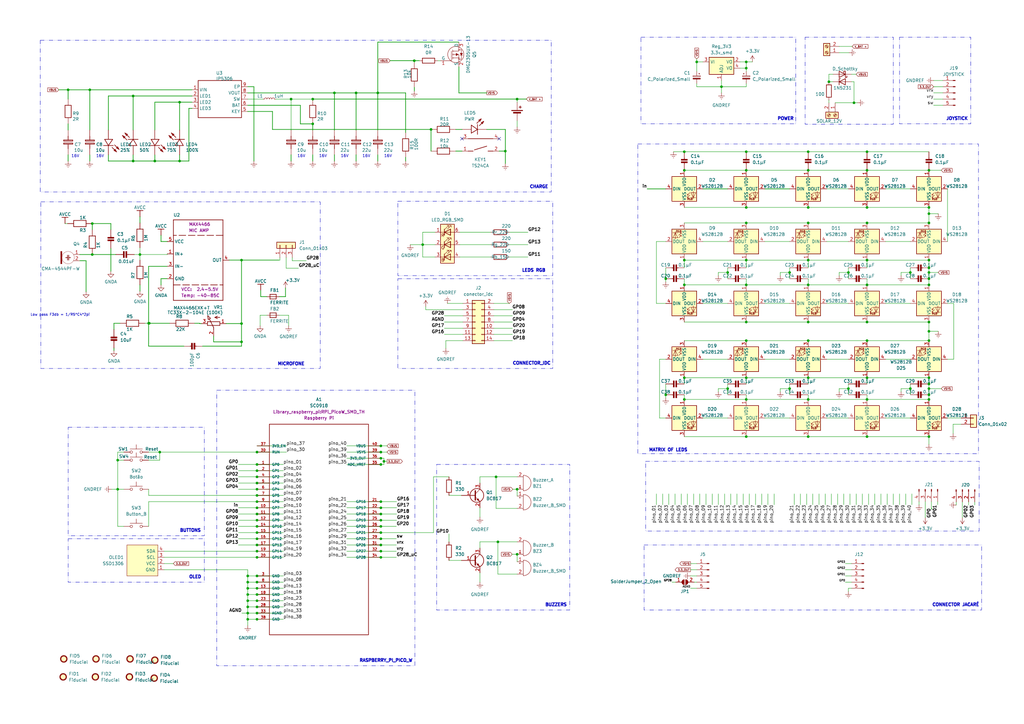
<source format=kicad_sch>
(kicad_sch (version 20230121) (generator eeschema)
  (paper "A3")
  (title_block (title "BitDogLab Main SMD version") (date "2024-03-13") (rev "v5.3") (company "Universidade Estadual de Campinas (Unicamp)*/Hardware Innovation Technologies (HwIT)**") (comment 1 "Juliano Rodrigues Fernandes de Oliveira**") (comment 2 "Bruno Cesar de Camargo Angeli**") (comment 3 "Pedro Ivo Aragão Guimarães*") (comment 4 "Fabiano Fruett*"))
  (junction (at 350.266 42.164))
  (junction (at 298.45 159.385))
  (junction (at 331.47 154.94))
  (junction (at 105.41 220.98))
  (junction (at 36.83 36.83))
  (junction (at 306.07 91.44))
  (junction (at 105.41 208.28))
  (junction (at 105.41 226.06))
  (junction (at 105.41 218.44))
  (junction (at 381 154.94))
  (junction (at 105.41 213.36))
  (junction (at 146.05 38.1))
  (junction (at 48.26 188.722))
  (junction (at 298.45 111.76))
  (junction (at 280.67 62.23))
  (junction (at 105.41 243.84))
  (junction (at 156.21 218.44))
  (junction (at 105.41 241.3))
  (junction (at 54.61 39.37))
  (junction (at 331.47 69.85))
  (junction (at 306.07 154.94))
  (junction (at 57.404 104.394))
  (junction (at 105.41 238.76))
  (junction (at 331.47 163.83))
  (junction (at 381 132.08))
  (junction (at 306.07 179.07))
  (junction (at 331.47 62.23))
  (junction (at 105.41 246.38))
  (junction (at 48.26 200.66))
  (junction (at 381 91.44))
  (junction (at 156.21 226.06))
  (junction (at 323.85 111.76))
  (junction (at 101.6 241.3))
  (junction (at 105.41 228.6))
  (junction (at 381 159.385))
  (junction (at 105.41 198.12))
  (junction (at 60.96 132.588))
  (junction (at 373.38 111.76))
  (junction (at 331.47 85.09))
  (junction (at 27.94 36.83))
  (junction (at 156.21 213.36))
  (junction (at 280.67 163.83))
  (junction (at 156.21 210.82))
  (junction (at 99.06 140.208))
  (junction (at 273.05 161.925))
  (junction (at 156.21 228.6))
  (junction (at 306.07 62.23))
  (junction (at 105.41 205.74))
  (junction (at 331.47 116.84))
  (junction (at 373.38 159.385))
  (junction (at 355.6 163.83))
  (junction (at 156.21 205.74))
  (junction (at 339.979 33.528))
  (junction (at 101.6 236.22))
  (junction (at 306.07 132.08))
  (junction (at 156.21 185.42))
  (junction (at 101.6 238.76))
  (junction (at 99.06 132.715))
  (junction (at 105.41 195.58))
  (junction (at 37.846 104.394))
  (junction (at 323.85 159.385))
  (junction (at 54.61 66.04))
  (junction (at 105.41 223.52))
  (junction (at 306.07 27.94))
  (junction (at 73.66 41.91))
  (junction (at 306.07 106.68))
  (junction (at 105.41 248.92))
  (junction (at 156.21 190.5))
  (junction (at 105.41 215.9))
  (junction (at 355.6 139.7))
  (junction (at 381 111.76))
  (junction (at 331.47 179.07))
  (junction (at 156.21 220.98))
  (junction (at 381 109.855))
  (junction (at 212.09 200.66))
  (junction (at 99.06 106.68))
  (junction (at 128.27 50.8))
  (junction (at 105.41 185.42))
  (junction (at 381 179.07))
  (junction (at 212.09 227.33))
  (junction (at 119.38 40.64))
  (junction (at 381 114.3))
  (junction (at 73.66 66.04))
  (junction (at 285.75 25.4))
  (junction (at 347.98 111.76))
  (junction (at 101.6 246.38))
  (junction (at 355.6 62.23))
  (junction (at 331.47 139.7))
  (junction (at 355.6 116.84))
  (junction (at 128.27 40.64))
  (junction (at 347.98 159.385))
  (junction (at 355.6 85.09))
  (junction (at 381 116.84))
  (junction (at 355.6 106.68))
  (junction (at 156.21 187.96))
  (junction (at 101.6 243.84))
  (junction (at 101.6 254))
  (junction (at 381 85.09))
  (junction (at 203.454 195.58))
  (junction (at 63.5 66.04))
  (junction (at 101.6 251.46))
  (junction (at 355.6 69.85))
  (junction (at 306.07 116.84))
  (junction (at 156.21 182.88))
  (junction (at 37.846 91.694))
  (junction (at 280.67 154.94))
  (junction (at 306.07 139.7))
  (junction (at 105.41 190.5))
  (junction (at 154.94 38.1))
  (junction (at 331.47 91.44))
  (junction (at 381 157.48))
  (junction (at 381 139.7))
  (junction (at 204.216 222.25))
  (junction (at 355.6 179.07))
  (junction (at 212.09 40.64))
  (junction (at 157.48 189.23))
  (junction (at 355.6 154.94))
  (junction (at 207.264 61.976))
  (junction (at 381 87.63))
  (junction (at 331.47 106.68))
  (junction (at 355.6 91.44))
  (junction (at 173.355 100.33))
  (junction (at 381 69.85))
  (junction (at 381 135.89))
  (junction (at 156.21 223.52))
  (junction (at 280.67 106.68))
  (junction (at 101.6 248.92))
  (junction (at 105.41 251.46))
  (junction (at 65.532 185.42))
  (junction (at 105.41 210.82))
  (junction (at 306.07 163.83))
  (junction (at 306.07 69.85))
  (junction (at 105.41 193.04))
  (junction (at 381 161.925))
  (junction (at 169.926 24.892))
  (junction (at 331.47 132.08))
  (junction (at 273.05 114.3))
  (junction (at 105.41 236.22))
  (junction (at 306.07 85.09))
  (junction (at 156.21 215.9))
  (junction (at 355.6 132.08))
  (junction (at 105.41 200.66))
  (junction (at 381 163.83))
  (junction (at 105.41 254))
  (junction (at 105.41 203.2))
  (junction (at 280.67 116.84))
  (junction (at 156.21 208.28))
  (junction (at 280.67 69.85))
  (junction (at 137.16 38.1))
  (junction (at 306.07 25.4))
  (junction (at 176.784 53.086))
  (junction (at 381 106.68))
  (junction (at 295.91 35.56))
  (junction (at 61.214 132.588))
  (no_connect (at 204.724 56.896))
  (no_connect (at 189.484 56.896))
  (wire (pts (xy 119.888 106.934) (xy 125.603 106.934)))
  (wire (pts (xy 394.208 173.99) (xy 390.906 173.99)))
  (wire (pts (xy 196.85 195.58) (xy 203.454 195.58)))
  (wire (pts (xy 36.83 63.5) (xy 36.83 66.04)) (stroke (width 0.254)))
  (wire (pts (xy 105.41 185.42) (xy 117.475 185.42)))
  (wire (pts (xy 123.19 43.18) (xy 123.19 50.8)) (stroke (width 0.254)))
  (wire (pts (xy 391.16 124.46) (xy 391.16 147.32)))
  (wire (pts (xy 366.395 202.565) (xy 366.395 207.01)))
  (wire (pts (xy 265.43 77.47) (xy 273.05 77.47)) (stroke (width 0.254)))
  (wire (pts (xy 156.21 205.74) (xy 162.687 205.74)))
  (wire (pts (xy 339.979 33.528) (xy 341.63 33.528)))
  (wire (pts (xy 142.24 220.98) (xy 156.21 220.98)))
  (wire (pts (xy 101.6 241.3) (xy 101.6 243.84)))
  (wire (pts (xy 169.926 24.892) (xy 171.958 24.892)) (stroke (width 0.254)))
  (wire (pts (xy 381 87.63) (xy 384.81 87.63)))
  (wire (pts (xy 97.79 220.98) (xy 105.41 220.98)))
  (wire (pts (xy 166.37 54.356) (xy 166.37 38.1)) (stroke (width 0.254)))
  (wire (pts (xy 188.214 27.432) (xy 188.214 38.1)) (stroke (width 0.254)))
  (wire (pts (xy 317.5 202.565) (xy 317.5 207.01)))
  (wire (pts (xy 142.24 213.36) (xy 156.21 213.36)))
  (wire (pts (xy 105.41 190.5) (xy 116.205 190.5)))
  (wire (pts (xy 306.07 35.56) (xy 295.91 35.56)))
  (wire (pts (xy 97.79 200.66) (xy 105.41 200.66)))
  (wire (pts (xy 97.79 208.28) (xy 105.41 208.28)))
  (wire (pts (xy 188.214 17.272) (xy 154.94 17.272)) (stroke (width 0.254)))
  (wire (pts (xy 57.404 91.44) (xy 57.404 88.9)) (stroke (width 0.254)))
  (wire (pts (xy 269.24 202.565) (xy 269.24 207.01)))
  (wire (pts (xy 349.25 30.48) (xy 351.155 30.48)))
  (wire (pts (xy 280.67 163.83) (xy 306.07 163.83)))
  (wire (pts (xy 348.615 202.565) (xy 348.615 207.01)))
  (wire (pts (xy 67.31 231.14) (xy 71.12 231.14)))
  (wire (pts (xy 273.05 157.48) (xy 273.05 161.925)))
  (wire (pts (xy 182.245 129.54) (xy 189.865 129.54)))
  (wire (pts (xy 73.66 53.34) (xy 73.66 41.91)) (stroke (width 0.254)))
  (wire (pts (xy 280.67 161.925) (xy 280.67 163.83)))
  (wire (pts (xy 119.38 40.64) (xy 119.38 53.34)))
  (wire (pts (xy 78.74 44.45) (xy 77.47 44.45)) (stroke (width 0.254)))
  (wire (pts (xy 123.19 50.8) (xy 128.27 50.8)) (stroke (width 0.254)))
  (wire (pts (xy 276.86 202.565) (xy 276.86 207.01)))
  (wire (pts (xy 212.09 208.534) (xy 203.454 208.534)))
  (wire (pts (xy 146.05 38.1) (xy 154.94 38.1)) (stroke (width 0.254)))
  (wire (pts (xy 323.85 157.48) (xy 323.85 159.385)))
  (wire (pts (xy 328.295 202.565) (xy 328.295 207.01)))
  (wire (pts (xy 285.75 25.4) (xy 285.75 29.21)))
  (wire (pts (xy 287.02 202.565) (xy 287.02 207.01)))
  (wire (pts (xy 381 154.94) (xy 381 157.48)))
  (wire (pts (xy 184.15 229.87) (xy 189.23 229.87)))
  (wire (pts (xy 368.935 202.565) (xy 368.935 207.01)))
  (wire (pts (xy 381 114.3) (xy 381 111.76)))
  (wire (pts (xy 279.4 202.565) (xy 279.4 207.01)))
  (wire (pts (xy 73.66 63.5) (xy 73.66 66.04)) (stroke (width 0.254)))
  (wire (pts (xy 358.775 202.565) (xy 358.775 207.01)))
  (wire (pts (xy 173.355 100.33) (xy 178.435 100.33)))
  (wire (pts (xy 273.05 147.32) (xy 270.51 147.32)))
  (wire (pts (xy 386.715 38.1) (xy 382.905 38.1)))
  (wire (pts (xy 105.41 198.12) (xy 116.205 198.12)))
  (wire (pts (xy 60.96 109.22) (xy 60.96 132.588)) (stroke (width 0.254)))
  (wire (pts (xy 128.27 50.8) (xy 128.27 53.34)) (stroke (width 0.254)))
  (wire (pts (xy 32.766 106.934) (xy 35.306 106.934)) (stroke (width 0.254)))
  (wire (pts (xy 331.47 62.23) (xy 355.6 62.23)))
  (wire (pts (xy 97.79 223.52) (xy 105.41 223.52)))
  (wire (pts (xy 323.85 109.855) (xy 323.85 111.76)))
  (wire (pts (xy 174.625 127) (xy 174.625 125.73)))
  (wire (pts (xy 118.364 133.604) (xy 118.364 129.286)))
  (wire (pts (xy 48.26 185.42) (xy 48.26 188.722)))
  (wire (pts (xy 101.6 238.76) (xy 101.6 241.3)))
  (wire (pts (xy 363.22 99.06) (xy 373.38 99.06)))
  (wire (pts (xy 341.63 30.48) (xy 339.979 30.48)))
  (wire (pts (xy 386.08 69.85) (xy 381 69.85)))
  (wire (pts (xy 306.07 161.925) (xy 306.07 163.83)))
  (wire (pts (xy 325.755 202.565) (xy 325.755 207.01)))
  (wire (pts (xy 50.8 188.722) (xy 48.26 188.722)))
  (wire (pts (xy 57.404 104.394) (xy 68.58 104.394)))
  (wire (pts (xy 105.41 238.76) (xy 101.6 238.76)))
  (wire (pts (xy 294.64 111.76) (xy 298.45 111.76)))
  (wire (pts (xy 382.016 208.788) (xy 382.016 205.74)))
  (wire (pts (xy 344.17 159.385) (xy 347.98 159.385)))
  (wire (pts (xy 363.22 124.46) (xy 373.38 124.46)))
  (wire (pts (xy 105.41 210.82) (xy 116.205 210.82)))
  (wire (pts (xy 288.29 77.47) (xy 298.45 77.47)) (stroke (width 0.254)))
  (wire (pts (xy 369.57 113.03) (xy 369.57 111.76)))
  (wire (pts (xy 45.72 200.66) (xy 48.26 200.66)))
  (wire (pts (xy 169.926 24.892) (xy 169.926 25.654)))
  (wire (pts (xy 349.25 33.528) (xy 350.266 33.528)))
  (wire (pts (xy 306.07 106.68) (xy 331.47 106.68)))
  (wire (pts (xy 339.09 99.06) (xy 347.98 99.06)))
  (wire (pts (xy 101.6 233.68) (xy 101.6 236.22)))
  (wire (pts (xy 280.67 106.68) (xy 280.67 109.855)))
  (wire (pts (xy 99.06 140.208) (xy 99.06 141.986)) (stroke (width 0.254)))
  (wire (pts (xy 323.85 159.385) (xy 323.85 161.925)))
  (wire (pts (xy 280.67 91.44) (xy 306.07 91.44)))
  (wire (pts (xy 105.41 254) (xy 116.205 254)))
  (wire (pts (xy 105.41 243.84) (xy 116.205 243.84)))
  (wire (pts (xy 202.565 134.62) (xy 210.185 134.62)))
  (wire (pts (xy 381 91.44) (xy 381 87.63)))
  (wire (pts (xy 270.51 147.32) (xy 270.51 171.45)))
  (wire (pts (xy 394.716 212.344) (xy 394.716 205.867)))
  (wire (pts (xy 105.41 241.3) (xy 101.6 241.3)))
  (wire (pts (xy 196.85 234.95) (xy 196.85 238.76)))
  (wire (pts (xy 119.38 40.64) (xy 128.27 40.64)))
  (wire (pts (xy 63.5 66.04) (xy 73.66 66.04)) (stroke (width 0.254)))
  (wire (pts (xy 355.6 85.09) (xy 381 85.09)))
  (wire (pts (xy 331.47 139.7) (xy 355.6 139.7)))
  (wire (pts (xy 299.72 202.565) (xy 299.72 207.01)))
  (wire (pts (xy 101.6 248.92) (xy 101.6 251.46)))
  (wire (pts (xy 399.796 207.137) (xy 399.796 205.867)))
  (wire (pts (xy 137.16 53.34) (xy 137.16 38.1)) (stroke (width 0.254)))
  (wire (pts (xy 388.62 171.45) (xy 394.208 171.45)))
  (wire (pts (xy 154.94 38.1) (xy 154.94 53.34)) (stroke (width 0.254)))
  (wire (pts (xy 283.21 233.68) (xy 285.75 233.68)))
  (wire (pts (xy 280.67 116.84) (xy 306.07 116.84)))
  (wire (pts (xy 111.76 53.086) (xy 111.76 45.72)) (stroke (width 0.254)))
  (wire (pts (xy 302.26 202.565) (xy 302.26 207.01)))
  (wire (pts (xy 210.312 200.66) (xy 212.09 200.66)))
  (wire (pts (xy 369.57 111.76) (xy 373.38 111.76)))
  (wire (pts (xy 342.519 42.164) (xy 350.266 42.164)))
  (wire (pts (xy 351.155 202.565) (xy 351.155 207.01)))
  (wire (pts (xy 294.64 159.385) (xy 298.45 159.385)))
  (wire (pts (xy 105.41 246.38) (xy 101.6 246.38)))
  (wire (pts (xy 346.71 233.68) (xy 349.25 233.68)))
  (wire (pts (xy 381 161.925) (xy 381 159.385)))
  (wire (pts (xy 188.595 95.25) (xy 201.295 95.25)))
  (wire (pts (xy 203.454 195.58) (xy 212.09 195.58)))
  (wire (pts (xy 288.29 99.06) (xy 298.45 99.06)))
  (wire (pts (xy 306.07 62.23) (xy 331.47 62.23)))
  (wire (pts (xy 114.808 105.664) (xy 114.808 106.68)))
  (wire (pts (xy 73.66 41.91) (xy 78.74 41.91)) (stroke (width 0.254)))
  (wire (pts (xy 178.435 95.25) (xy 173.355 95.25)))
  (wire (pts (xy 157.48 189.23) (xy 158.75 189.23)))
  (wire (pts (xy 363.855 202.565) (xy 363.855 207.01)))
  (wire (pts (xy 36.83 36.83) (xy 78.74 36.83)) (stroke (width 0.254)))
  (wire (pts (xy 298.45 109.855) (xy 298.45 111.76)))
  (wire (pts (xy 212.09 40.64) (xy 215.9 40.64)) (stroke (width 0.254)))
  (wire (pts (xy 355.6 62.23) (xy 381 62.23)))
  (wire (pts (xy 347.98 157.48) (xy 347.98 159.385)))
  (wire (pts (xy 101.6 40.64) (xy 107.95 40.64)))
  (wire (pts (xy 54.61 39.37) (xy 78.74 39.37)) (stroke (width 0.254)))
  (wire (pts (xy 344.17 113.03) (xy 344.17 111.76)))
  (wire (pts (xy 97.79 218.44) (xy 105.41 218.44)))
  (wire (pts (xy 274.32 202.565) (xy 274.32 207.01)))
  (wire (pts (xy 388.62 77.47) (xy 388.62 99.06)))
  (wire (pts (xy 101.6 43.18) (xy 123.19 43.18)) (stroke (width 0.254)))
  (wire (pts (xy 57.404 101.6) (xy 57.404 104.394)))
  (wire (pts (xy 269.24 99.06) (xy 269.24 124.46)))
  (wire (pts (xy 186.944 61.976) (xy 189.484 61.976)) (stroke (width 0.254)))
  (wire (pts (xy 346.71 236.22) (xy 349.25 236.22)))
  (wire (pts (xy 271.78 202.565) (xy 271.78 207.01)))
  (wire (pts (xy 105.41 236.22) (xy 116.205 236.22)))
  (wire (pts (xy 331.47 116.84) (xy 355.6 116.84)))
  (wire (pts (xy 338.455 202.565) (xy 338.455 207.01)))
  (wire (pts (xy 386.715 33.02) (xy 382.905 33.02)))
  (wire (pts (xy 204.216 222.25) (xy 212.09 222.25)))
  (wire (pts (xy 373.38 109.855) (xy 373.38 111.76)))
  (wire (pts (xy 97.79 213.36) (xy 105.41 213.36)))
  (wire (pts (xy 169.926 24.892) (xy 166.878 24.892)))
  (wire (pts (xy 105.41 215.9) (xy 116.205 215.9)))
  (wire (pts (xy 66.04 116.84) (xy 66.04 114.3)) (stroke (width 0.254)))
  (wire (pts (xy 57.404 104.394) (xy 57.404 106.68)))
  (wire (pts (xy 284.734 238.76) (xy 285.75 238.76)))
  (wire (pts (xy 119.888 105.664) (xy 119.888 106.934)))
  (wire (pts (xy 142.24 182.88) (xy 156.21 182.88)))
  (wire (pts (xy 382.143 208.407) (xy 382.143 208.788)))
  (wire (pts (xy 122.428 109.982) (xy 117.348 109.982)))
  (wire (pts (xy 285.75 34.29) (xy 285.75 35.56)))
  (wire (pts (xy 142.24 223.52) (xy 156.21 223.52)))
  (wire (pts (xy 371.475 202.565) (xy 371.475 207.01)))
  (wire (pts (xy 283.21 241.3) (xy 285.75 241.3)))
  (wire (pts (xy 381 116.84) (xy 381 114.3)))
  (wire (pts (xy 101.6 254) (xy 105.41 254)))
  (wire (pts (xy 83.058 141.986) (xy 99.06 141.986)) (stroke (width 0.254)))
  (wire (pts (xy 156.21 210.82) (xy 162.687 210.82)))
  (wire (pts (xy 355.6 114.3) (xy 355.6 116.84)))
  (wire (pts (xy 347.98 109.855) (xy 347.98 111.76)))
  (wire (pts (xy 106.68 129.286) (xy 106.68 133.604)))
  (wire (pts (xy 391.16 147.32) (xy 388.62 147.32)))
  (wire (pts (xy 67.31 226.06) (xy 105.41 226.06)))
  (wire (pts (xy 97.79 198.12) (xy 105.41 198.12)))
  (wire (pts (xy 347.98 241.3) (xy 349.25 241.3)))
  (wire (pts (xy 388.62 124.46) (xy 391.16 124.46)))
  (wire (pts (xy 117.094 118.11) (xy 117.094 121.666)) (stroke (width 0.254)))
  (wire (pts (xy 128.27 40.64) (xy 212.09 40.64)) (stroke (width 0.254)))
  (wire (pts (xy 177.8 195.58) (xy 177.8 218.44)))
  (wire (pts (xy 142.24 205.74) (xy 156.21 205.74)))
  (wire (pts (xy 381 106.68) (xy 381 109.855)))
  (wire (pts (xy 156.21 182.88) (xy 158.75 182.88)))
  (wire (pts (xy 381 111.76) (xy 381 109.855)))
  (wire (pts (xy 146.05 53.34) (xy 146.05 38.1)) (stroke (width 0.254)))
  (wire (pts (xy 188.595 100.33) (xy 201.295 100.33)))
  (wire (pts (xy 202.565 137.16) (xy 210.185 137.16)))
  (wire (pts (xy 44.45 66.04) (xy 44.45 63.5)) (stroke (width 0.254)))
  (wire (pts (xy 157.48 190.5) (xy 157.48 189.23)))
  (wire (pts (xy 381 157.48) (xy 381 159.385)))
  (wire (pts (xy 196.85 208.28) (xy 196.85 212.09)))
  (wire (pts (xy 381 163.83) (xy 381 161.925)))
  (wire (pts (xy 196.85 198.12) (xy 196.85 195.58)))
  (wire (pts (xy 288.29 171.45) (xy 298.45 171.45)))
  (wire (pts (xy 196.85 222.25) (xy 204.216 222.25)))
  (wire (pts (xy 179.578 24.892) (xy 180.594 24.892)))
  (wire (pts (xy 313.69 99.06) (xy 323.85 99.06)))
  (wire (pts (xy 306.07 85.09) (xy 331.47 85.09)))
  (wire (pts (xy 105.41 220.98) (xy 116.205 220.98)))
  (wire (pts (xy 381 135.89) (xy 381 139.7)))
  (wire (pts (xy 212.09 40.64) (xy 212.09 41.91)))
  (wire (pts (xy 99.06 132.715) (xy 99.06 140.208)) (stroke (width 0.254)))
  (wire (pts (xy 46.736 135.128) (xy 46.736 132.588)) (stroke (width 0.254)))
  (wire (pts (xy 156.21 228.6) (xy 162.56 228.6)))
  (wire (pts (xy 142.24 190.5) (xy 156.21 190.5)))
  (wire (pts (xy 320.04 113.03) (xy 320.04 111.76)))
  (wire (pts (xy 142.24 210.82) (xy 156.21 210.82)))
  (wire (pts (xy 320.04 160.655) (xy 320.04 159.385)))
  (wire (pts (xy 204.724 61.976) (xy 207.264 61.976)) (stroke (width 0.254)))
  (wire (pts (xy 283.21 236.22) (xy 285.75 236.22)))
  (wire (pts (xy 350.266 33.528) (xy 350.266 42.164)))
  (wire (pts (xy 146.05 63.5) (xy 146.05 66.04)) (stroke (width 0.254)))
  (wire (pts (xy 105.41 208.28) (xy 116.205 208.28)))
  (wire (pts (xy 105.41 246.38) (xy 116.205 246.38)))
  (wire (pts (xy 346.075 202.565) (xy 346.075 207.01)))
  (wire (pts (xy 176.784 53.086) (xy 111.76 53.086)) (stroke (width 0.254)))
  (wire (pts (xy 101.6 243.84) (xy 101.6 246.38)))
  (wire (pts (xy 105.41 241.3) (xy 116.205 241.3)))
  (wire (pts (xy 339.979 41.148) (xy 339.979 42.164)))
  (wire (pts (xy 178.435 105.41) (xy 173.355 105.41)))
  (wire (pts (xy 92.71 132.715) (xy 99.06 132.715)) (stroke (width 0.254)))
  (wire (pts (xy 376.936 207.01) (xy 376.936 205.74)))
  (wire (pts (xy 347.98 111.76) (xy 347.98 114.3)))
  (wire (pts (xy 68.58 104.394) (xy 68.58 104.14)))
  (wire (pts (xy 142.24 187.96) (xy 156.21 187.96)))
  (wire (pts (xy 63.5 53.34) (xy 63.5 41.91)) (stroke (width 0.254)))
  (wire (pts (xy 331.47 161.925) (xy 331.47 163.83)))
  (wire (pts (xy 331.47 163.83) (xy 355.6 163.83)))
  (wire (pts (xy 346.71 231.14) (xy 349.25 231.14)))
  (wire (pts (xy 101.6 38.1) (xy 137.16 38.1)) (stroke (width 0.254)))
  (wire (pts (xy 331.47 154.94) (xy 331.47 157.48)))
  (wire (pts (xy 343.535 202.565) (xy 343.535 207.01)))
  (wire (pts (xy 303.53 27.94) (xy 306.07 27.94)))
  (wire (pts (xy 105.41 182.88) (xy 117.475 182.88)))
  (wire (pts (xy 304.8 202.565) (xy 304.8 207.01)))
  (wire (pts (xy 298.45 157.48) (xy 298.45 159.385)))
  (wire (pts (xy 331.47 106.68) (xy 355.6 106.68)))
  (wire (pts (xy 173.355 105.41) (xy 173.355 100.33)))
  (wire (pts (xy 101.6 251.46) (xy 101.6 254)))
  (wire (pts (xy 142.24 215.9) (xy 156.21 215.9)))
  (wire (pts (xy 105.41 228.6) (xy 116.205 228.6)))
  (wire (pts (xy 275.59 238.76) (xy 277.114 238.76)))
  (wire (pts (xy 203.454 208.534) (xy 203.454 195.58)))
  (wire (pts (xy 283.21 231.14) (xy 285.75 231.14)))
  (wire (pts (xy 113.03 40.64) (xy 119.38 40.64)))
  (wire (pts (xy 284.48 202.565) (xy 284.48 207.01)))
  (wire (pts (xy 93.98 106.68) (xy 99.06 106.68)) (stroke (width 0.254)))
  (wire (pts (xy 356.235 202.565) (xy 356.235 207.01)))
  (wire (pts (xy 306.07 91.44) (xy 331.47 91.44)))
  (wire (pts (xy 306.07 25.4) (xy 306.07 27.94)))
  (wire (pts (xy 355.6 106.68) (xy 355.6 109.855)))
  (wire (pts (xy 61.214 132.588) (xy 61.214 132.842)))
  (wire (pts (xy 37.846 104.394) (xy 47.498 104.394)) (stroke (width 0.254)))
  (wire (pts (xy 54.61 66.04) (xy 63.5 66.04)) (stroke (width 0.254)))
  (wire (pts (xy 45.466 101.854) (xy 45.466 111.252)) (stroke (width 0.254)))
  (wire (pts (xy 353.695 202.565) (xy 353.695 207.01)))
  (wire (pts (xy 280.67 62.23) (xy 306.07 62.23)))
  (wire (pts (xy 306.07 27.94) (xy 306.07 29.21)))
  (wire (pts (xy 105.41 226.06) (xy 116.205 226.06)))
  (wire (pts (xy 335.915 202.565) (xy 335.915 207.01)))
  (wire (pts (xy 202.565 139.7) (xy 210.185 139.7)))
  (wire (pts (xy 63.5 41.91) (xy 73.66 41.91)) (stroke (width 0.254)))
  (wire (pts (xy 35.306 106.934) (xy 35.306 119.634)) (stroke (width 0.254)))
  (wire (pts (xy 273.05 109.855) (xy 273.05 114.3)))
  (wire (pts (xy 142.24 226.06) (xy 156.21 226.06)))
  (wire (pts (xy 60.96 132.588) (xy 60.96 141.986)) (stroke (width 0.254)))
  (wire (pts (xy 44.45 39.37) (xy 54.61 39.37)) (stroke (width 0.254)))
  (wire (pts (xy 331.47 85.09) (xy 355.6 85.09)))
  (wire (pts (xy 309.88 202.565) (xy 309.88 207.01)))
  (wire (pts (xy 339.979 30.48) (xy 339.979 33.528)))
  (wire (pts (xy 331.47 69.85) (xy 355.6 69.85)))
  (wire (pts (xy 288.29 124.46) (xy 298.45 124.46)))
  (wire (pts (xy 273.05 163.195) (xy 273.05 161.925)))
  (wire (pts (xy 67.31 228.6) (xy 105.41 228.6)))
  (wire (pts (xy 295.91 33.02) (xy 295.91 35.56)))
  (wire (pts (xy 44.45 66.04) (xy 54.61 66.04)) (stroke (width 0.254)))
  (wire (pts (xy 382.143 208.788) (xy 382.016 208.788)))
  (wire (pts (xy 285.75 24.13) (xy 285.75 25.4)))
  (wire (pts (xy 273.05 99.06) (xy 269.24 99.06)))
  (wire (pts (xy 66.04 99.06) (xy 66.04 96.52)) (stroke (width 0.254)))
  (wire (pts (xy 379.476 205.74) (xy 379.476 212.344)))
  (wire (pts (xy 344.17 21.59) (xy 348.234 21.59)))
  (wire (pts (xy 306.07 139.7) (xy 331.47 139.7)))
  (wire (pts (xy 182.88 139.7) (xy 189.865 139.7)))
  (wire (pts (xy 117.348 109.982) (xy 117.348 105.664)))
  (wire (pts (xy 306.07 34.29) (xy 306.07 35.56)))
  (wire (pts (xy 339.09 124.46) (xy 347.98 124.46)))
  (wire (pts (xy 306.07 114.3) (xy 306.07 116.84)))
  (wire (pts (xy 210.058 227.33) (xy 212.09 227.33)))
  (wire (pts (xy 182.245 132.08) (xy 189.865 132.08)))
  (wire (pts (xy 105.41 248.92) (xy 116.205 248.92)))
  (wire (pts (xy 101.6 35.56) (xy 104.14 35.56)) (stroke (width 0.254)))
  (wire (pts (xy 142.24 228.6) (xy 156.21 228.6)))
  (wire (pts (xy 349.504 19.05) (xy 344.17 19.05)))
  (wire (pts (xy 298.45 111.76) (xy 298.45 114.3)))
  (wire (pts (xy 288.29 147.32) (xy 298.45 147.32)))
  (wire (pts (xy 59.436 132.588) (xy 60.96 132.588)))
  (wire (pts (xy 285.75 35.56) (xy 295.91 35.56)))
  (wire (pts (xy 390.906 173.99) (xy 390.906 177.8)))
  (wire (pts (xy 361.315 202.565) (xy 361.315 207.01)))
  (wire (pts (xy 381 132.08) (xy 381 135.89)))
  (wire (pts (xy 101.6 236.22) (xy 101.6 238.76)))
  (wire (pts (xy 344.17 160.655) (xy 344.17 159.385)))
  (wire (pts (xy 174.625 127) (xy 189.865 127)))
  (wire (pts (xy 109.474 129.286) (xy 106.68 129.286)))
  (wire (pts (xy 199.644 38.1) (xy 188.214 38.1)) (stroke (width 0.254)))
  (wire (pts (xy 184.15 203.2) (xy 189.23 203.2)))
  (wire (pts (xy 331.47 114.3) (xy 331.47 116.84)))
  (wire (pts (xy 281.94 202.565) (xy 281.94 207.01)))
  (wire (pts (xy 36.83 53.34) (xy 36.83 36.83)) (stroke (width 0.254)))
  (wire (pts (xy 207.264 61.976) (xy 207.264 67.056)) (stroke (width 0.254)))
  (wire (pts (xy 373.38 159.385) (xy 373.38 161.925)))
  (wire (pts (xy 347.98 159.385) (xy 347.98 161.925)))
  (wire (pts (xy 369.57 160.655) (xy 369.57 159.385)))
  (wire (pts (xy 386.715 40.64) (xy 382.905 40.64)))
  (wire (pts (xy 397.256 207.137) (xy 397.256 205.867)))
  (wire (pts (xy 202.565 127) (xy 210.185 127)))
  (wire (pts (xy 207.264 53.086) (xy 207.264 61.976)) (stroke (width 0.254)))
  (wire (pts (xy 26.67 91.694) (xy 27.686 91.694)))
  (wire (pts (xy 173.355 95.25) (xy 173.355 100.33)))
  (wire (pts (xy 280.67 139.7) (xy 306.07 139.7)))
  (wire (pts (xy 156.21 185.42) (xy 158.75 185.42)))
  (wire (pts (xy 355.6 163.83) (xy 381 163.83)))
  (wire (pts (xy 81.915 132.715) (xy 81.915 132.588)) (stroke (width 0.254)))
  (wire (pts (xy 48.26 188.722) (xy 48.26 200.66)))
  (wire (pts (xy 188.595 105.41) (xy 201.295 105.41)))
  (wire (pts (xy 355.6 91.44) (xy 381 91.44)))
  (wire (pts (xy 346.71 238.76) (xy 349.25 238.76)))
  (wire (pts (xy 184.15 195.58) (xy 177.8 195.58)))
  (wire (pts (xy 295.91 35.56) (xy 295.91 38.1)))
  (wire (pts (xy 160.02 24.892) (xy 169.926 24.892)) (stroke (width 0.254)))
  (wire (pts (xy 297.18 202.565) (xy 297.18 207.01)))
  (wire (pts (xy 280.67 179.07) (xy 306.07 179.07)))
  (wire (pts (xy 105.41 205.74) (xy 116.205 205.74)))
  (wire (pts (xy 208.915 105.41) (xy 216.535 105.41)))
  (wire (pts (xy 314.96 202.565) (xy 314.96 207.01)))
  (wire (pts (xy 280.67 69.85) (xy 306.07 69.85)))
  (wire (pts (xy 101.6 246.38) (xy 101.6 248.92)))
  (wire (pts (xy 99.187 251.46) (xy 101.6 251.46)))
  (wire (pts (xy 46.736 132.588) (xy 49.276 132.588)) (stroke (width 0.254)))
  (wire (pts (xy 32.766 104.394) (xy 37.846 104.394)) (stroke (width 0.254)))
  (wire (pts (xy 363.22 77.47) (xy 373.38 77.47)))
  (wire (pts (xy 212.09 49.53) (xy 212.09 52.07)))
  (wire (pts (xy 97.79 193.04) (xy 105.41 193.04)))
  (wire (pts (xy 182.88 139.7) (xy 182.88 142.875)))
  (wire (pts (xy 355.6 132.08) (xy 381 132.08)))
  (wire (pts (xy 306.07 25.4) (xy 308.61 25.4)))
  (wire (pts (xy 60.96 185.42) (xy 65.532 185.42)))
  (wire (pts (xy 339.09 77.47) (xy 347.98 77.47)))
  (wire (pts (xy 373.38 111.76) (xy 373.38 114.3)))
  (wire (pts (xy 202.565 129.54) (xy 210.185 129.54)))
  (wire (pts (xy 101.6 251.46) (xy 105.41 251.46)))
  (wire (pts (xy 270.51 171.45) (xy 273.05 171.45)))
  (wire (pts (xy 386.715 35.56) (xy 382.905 35.56)))
  (wire (pts (xy 313.69 124.46) (xy 323.85 124.46)))
  (wire (pts (xy 313.69 77.47) (xy 323.85 77.47)) (stroke (width 0.254)))
  (wire (pts (xy 384.556 207.01) (xy 384.556 205.74)))
  (wire (pts (xy 45.466 94.234) (xy 45.466 91.694)) (stroke (width 0.254)))
  (wire (pts (xy 27.94 63.5) (xy 27.94 66.04)) (stroke (width 0.254)))
  (wire (pts (xy 55.118 104.394) (xy 57.404 104.394)))
  (wire (pts (xy 87.63 140.208) (xy 87.63 137.795)) (stroke (width 0.254)))
  (wire (pts (xy 355.6 154.94) (xy 381 154.94)))
  (wire (pts (xy 199.644 53.086) (xy 207.264 53.086)) (stroke (width 0.254)))
  (wire (pts (xy 331.47 106.68) (xy 331.47 109.855)))
  (wire (pts (xy 168.275 100.33) (xy 173.355 100.33)))
  (wire (pts (xy 60.96 188.722) (xy 65.532 188.722)))
  (wire (pts (xy 306.07 132.08) (xy 331.47 132.08)))
  (wire (pts (xy 196.85 224.79) (xy 196.85 222.25)))
  (wire (pts (xy 142.24 185.42) (xy 156.21 185.42)))
  (wire (pts (xy 306.07 154.94) (xy 331.47 154.94)))
  (wire (pts (xy 114.808 106.68) (xy 114.3 106.68)))
  (wire (pts (xy 306.07 116.84) (xy 331.47 116.84)))
  (wire (pts (xy 306.07 179.07) (xy 331.47 179.07)))
  (wire (pts (xy 106.934 121.666) (xy 106.934 119.126)) (stroke (width 0.254)))
  (wire (pts (xy 166.37 38.1) (xy 154.94 38.1)) (stroke (width 0.254)))
  (wire (pts (xy 156.21 208.28) (xy 162.687 208.28)))
  (wire (pts (xy 157.48 189.23) (xy 157.48 187.96)))
  (wire (pts (xy 212.09 235.458) (xy 204.216 235.458)))
  (wire (pts (xy 105.41 218.44) (xy 116.205 218.44)))
  (wire (pts (xy 331.47 91.44) (xy 355.6 91.44)))
  (wire (pts (xy 99.06 106.68) (xy 99.06 132.715)) (stroke (width 0.254)))
  (wire (pts (xy 60.96 109.22) (xy 68.58 109.22)) (stroke (width 0.254)))
  (wire (pts (xy 156.21 218.44) (xy 177.8 218.44)))
  (wire (pts (xy 105.41 213.36) (xy 116.205 213.36)))
  (wire (pts (xy 77.47 44.45) (xy 77.47 66.04)) (stroke (width 0.254)))
  (wire (pts (xy 384.81 111.76) (xy 381 111.76)))
  (wire (pts (xy 333.375 202.565) (xy 333.375 207.01)))
  (wire (pts (xy 97.79 215.9) (xy 105.41 215.9)))
  (wire (pts (xy 306.07 106.68) (xy 306.07 109.855)))
  (wire (pts (xy 156.21 190.5) (xy 157.48 190.5)))
  (wire (pts (xy 340.995 202.565) (xy 340.995 207.01)))
  (wire (pts (xy 105.41 243.84) (xy 101.6 243.84)))
  (wire (pts (xy 65.532 188.722) (xy 65.532 185.42)))
  (wire (pts (xy 294.64 202.565) (xy 294.64 207.01)))
  (wire (pts (xy 105.41 238.76) (xy 116.205 238.76)))
  (wire (pts (xy 202.565 132.08) (xy 210.185 132.08)))
  (wire (pts (xy 323.85 111.76) (xy 323.85 114.3)))
  (wire (pts (xy 280.67 154.94) (xy 306.07 154.94)))
  (wire (pts (xy 60.96 132.588) (xy 61.214 132.588)))
  (wire (pts (xy 280.67 132.08) (xy 306.07 132.08)))
  (wire (pts (xy 154.94 17.272) (xy 154.94 38.1)) (stroke (width 0.254)))
  (wire (pts (xy 54.61 63.5) (xy 54.61 66.04)) (stroke (width 0.254)))
  (wire (pts (xy 27.94 36.83) (xy 36.83 36.83)) (stroke (width 0.254)))
  (wire (pts (xy 294.64 113.03) (xy 294.64 111.76)))
  (wire (pts (xy 381 135.89) (xy 384.81 135.89)))
  (wire (pts (xy 355.6 139.7) (xy 381 139.7)))
  (wire (pts (xy 320.04 111.76) (xy 323.85 111.76)))
  (wire (pts (xy 339.09 171.45) (xy 347.98 171.45)))
  (wire (pts (xy 105.41 251.46) (xy 116.205 251.46)))
  (wire (pts (xy 166.37 64.516) (xy 166.37 66.04)) (stroke (width 0.254)))
  (wire (pts (xy 87.63 140.208) (xy 99.06 140.208)) (stroke (width 0.254)))
  (wire (pts (xy 81.915 132.715) (xy 82.55 132.715)) (stroke (width 0.254)))
  (wire (pts (xy 54.61 53.34) (xy 54.61 39.37)) (stroke (width 0.254)))
  (wire (pts (xy 182.245 137.16) (xy 189.865 137.16)))
  (wire (pts (xy 81.915 132.588) (xy 79.756 132.588)) (stroke (width 0.254)))
  (wire (pts (xy 111.76 45.72) (xy 101.6 45.72)) (stroke (width 0.254)))
  (wire (pts (xy 355.6 154.94) (xy 355.6 157.48)))
  (wire (pts (xy 37.846 94.234) (xy 37.846 91.694)) (stroke (width 0.254)))
  (wire (pts (xy 60.96 141.986) (xy 75.438 141.986)) (stroke (width 0.254)))
  (wire (pts (xy 339.09 147.32) (xy 347.98 147.32)))
  (wire (pts (xy 61.214 132.588) (xy 69.596 132.588)) (stroke (width 0.254)))
  (wire (pts (xy 106.934 121.666) (xy 109.474 121.666)) (stroke (width 0.254)))
  (wire (pts (xy 156.21 187.96) (xy 157.48 187.96)))
  (wire (pts (xy 294.64 160.655) (xy 294.64 159.385)))
  (wire (pts (xy 355.6 179.07) (xy 381 179.07)))
  (wire (pts (xy 37.846 91.694) (xy 45.466 91.694)) (stroke (width 0.254)))
  (wire (pts (xy 114.554 121.666) (xy 117.094 121.666)) (stroke (width 0.254)))
  (wire (pts (xy 369.57 159.385) (xy 373.38 159.385)))
  (wire (pts (xy 306.07 163.83) (xy 331.47 163.83)))
  (wire (pts (xy 156.21 226.06) (xy 162.56 226.06)))
  (wire (pts (xy 280.67 85.09) (xy 306.07 85.09)))
  (wire (pts (xy 50.8 215.9) (xy 48.26 215.9)))
  (wire (pts (xy 212.09 200.66) (xy 212.09 203.454)))
  (wire (pts (xy 156.21 223.52) (xy 162.56 223.52)))
  (wire (pts (xy 313.69 171.45) (xy 323.85 171.45)))
  (wire (pts (xy 48.26 200.66) (xy 50.8 200.66)))
  (wire (pts (xy 156.21 215.9) (xy 162.56 215.9)))
  (wire (pts (xy 156.21 213.36) (xy 162.687 213.36)))
  (wire (pts (xy 48.26 200.66) (xy 48.26 215.9)))
  (wire (pts (xy 373.38 157.48) (xy 373.38 159.385)))
  (wire (pts (xy 298.45 159.385) (xy 298.45 161.925)))
  (wire (pts (xy 212.09 227.33) (xy 212.09 230.378)))
  (wire (pts (xy 363.22 171.45) (xy 373.38 171.45)))
  (wire (pts (xy 60.96 132.588) (xy 61.214 132.588)) (stroke (width 0.254)))
  (wire (pts (xy 99.06 106.68) (xy 114.3 106.68)) (stroke (width 0.254)))
  (wire (pts (xy 169.926 35.814) (xy 169.926 37.338)) (stroke (width 0.254)))
  (wire (pts (xy 105.41 195.58) (xy 116.205 195.58)))
  (wire (pts (xy 386.08 159.385) (xy 381 159.385)))
  (wire (pts (xy 128.27 63.5) (xy 128.27 66.04)) (stroke (width 0.254)))
  (wire (pts (xy 105.41 248.92) (xy 101.6 248.92)))
  (wire (pts (xy 137.16 38.1) (xy 146.05 38.1)) (stroke (width 0.254)))
  (wire (pts (xy 355.6 161.925) (xy 355.6 163.83)))
  (wire (pts (xy 280.67 106.68) (xy 306.07 106.68)))
  (wire (pts (xy 66.04 99.06) (xy 68.58 99.06)) (stroke (width 0.254)))
  (wire (pts (xy 392.176 207.137) (xy 392.176 205.867)))
  (wire (pts (xy 44.45 53.34) (xy 44.45 39.37)) (stroke (width 0.254)))
  (wire (pts (xy 184.15 218.948) (xy 184.15 222.25)))
  (wire (pts (xy 142.24 208.28) (xy 156.21 208.28)))
  (wire (pts (xy 105.41 236.22) (xy 101.6 236.22)))
  (wire (pts (xy 104.14 35.56) (xy 104.14 66.04)) (stroke (width 0.254)))
  (wire (pts (xy 350.266 42.164) (xy 351.663 42.164)))
  (wire (pts (xy 381 87.63) (xy 381 85.09)))
  (wire (pts (xy 183.515 124.46) (xy 189.865 124.46)))
  (wire (pts (xy 285.75 25.4) (xy 288.29 25.4)))
  (wire (pts (xy 208.915 95.25) (xy 216.535 95.25)))
  (wire (pts (xy 331.47 132.08) (xy 355.6 132.08)))
  (wire (pts (xy 182.245 134.62) (xy 189.865 134.62)))
  (wire (pts (xy 280.67 154.94) (xy 280.67 157.48)))
  (wire (pts (xy 347.98 242.57) (xy 347.98 241.3)))
  (wire (pts (xy 65.532 185.42) (xy 105.41 185.42)))
  (wire (pts (xy 105.41 200.66) (xy 116.205 200.66)))
  (wire (pts (xy 57.404 119.38) (xy 57.404 116.84)) (stroke (width 0.254)))
  (wire (pts (xy 137.16 63.5) (xy 137.16 66.04)) (stroke (width 0.254)))
  (wire (pts (xy 306.07 157.48) (xy 306.07 154.94)))
  (wire (pts (xy 142.24 218.44) (xy 156.21 218.44)))
  (wire (pts (xy 204.216 235.458) (xy 204.216 222.25)))
  (wire (pts (xy 60.96 200.66) (xy 60.96 203.2)))
  (wire (pts (xy 276.225 62.23) (xy 280.67 62.23)))
  (wire (pts (xy 46.736 142.748) (xy 46.736 143.764)) (stroke (width 0.254)))
  (wire (pts (xy 154.94 63.5) (xy 154.94 66.04)) (stroke (width 0.254)))
  (wire (pts (xy 289.56 202.565) (xy 289.56 207.01)))
  (wire (pts (xy 273.05 115.57) (xy 273.05 114.3)))
  (wire (pts (xy 176.784 61.976) (xy 176.784 53.086)) (stroke (width 0.254)))
  (wire (pts (xy 186.944 53.086) (xy 189.484 53.086)) (stroke (width 0.254)))
  (wire (pts (xy 320.04 159.385) (xy 323.85 159.385)))
  (wire (pts (xy 306.07 69.85) (xy 331.47 69.85)))
  (wire (pts (xy 330.835 202.565) (xy 330.835 207.01)))
  (wire (pts (xy 156.21 220.98) (xy 162.56 220.98)))
  (wire (pts (xy 66.04 114.3) (xy 68.58 114.3)) (stroke (width 0.254)))
  (wire (pts (xy 97.79 190.5) (xy 105.41 190.5)))
  (wire (pts (xy 313.69 147.32) (xy 323.85 147.32)))
  (wire (pts (xy 331.47 179.07) (xy 355.6 179.07)))
  (wire (pts (xy 24.13 36.83) (xy 27.94 36.83)) (stroke (width 0.254)))
  (wire (pts (xy 202.565 124.46) (xy 208.915 124.46)))
  (wire (pts (xy 355.6 106.68) (xy 381 106.68)))
  (wire (pts (xy 63.5 63.5) (xy 63.5 66.04)) (stroke (width 0.254)))
  (wire (pts (xy 381 182.245) (xy 381 179.07)))
  (wire (pts (xy 105.41 193.04) (xy 116.205 193.04)))
  (wire (pts (xy 118.364 129.286) (xy 114.554 129.286)))
  (wire (pts (xy 280.67 114.3) (xy 280.67 116.84)))
  (wire (pts (xy 60.96 205.74) (xy 105.41 205.74)))
  (wire (pts (xy 344.17 111.76) (xy 347.98 111.76)))
  (wire (pts (xy 119.38 66.04) (xy 119.38 63.5)) (stroke (width 0.254)))
  (wire (pts (xy 97.79 210.82) (xy 105.41 210.82)))
  (wire (pts (xy 50.8 185.42) (xy 48.26 185.42)))
  (wire (pts (xy 331.47 154.94) (xy 355.6 154.94)))
  (wire (pts (xy 60.96 203.2) (xy 105.41 203.2)))
  (wire (pts (xy 312.42 202.565) (xy 312.42 207.01)))
  (wire (pts (xy 60.96 215.9) (xy 60.96 205.74)))
  (wire (pts (xy 269.24 124.46) (xy 273.05 124.46)))
  (wire (pts (xy 101.6 256.54) (xy 101.6 254)))
  (wire (pts (xy 208.915 100.33) (xy 216.535 100.33)))
  (wire (pts (xy 292.1 202.565) (xy 292.1 207.01)))
  (wire (pts (xy 303.53 25.4) (xy 306.07 25.4)))
  (wire (pts (xy 386.715 43.18) (xy 382.905 43.18)))
  (wire (pts (xy 67.31 233.68) (xy 101.6 233.68)))
  (wire (pts (xy 97.79 195.58) (xy 105.41 195.58)))
  (wire (pts (xy 27.94 40.64) (xy 27.94 36.83)) (stroke (width 0.254)))
  (wire (pts (xy 355.6 116.84) (xy 381 116.84)))
  (wire (pts (xy 105.41 223.52) (xy 116.205 223.52)))
  (wire (pts (xy 363.22 147.32) (xy 373.38 147.32)))
  (wire (pts (xy 307.34 202.565) (xy 307.34 207.01)))
  (wire (pts (xy 355.6 69.85) (xy 381 69.85)))
  (wire (pts (xy 105.41 203.2) (xy 116.205 203.2)))
  (wire (pts (xy 374.015 202.565) (xy 374.015 207.01)))
  (wire (pts (xy 77.47 66.04) (xy 73.66 66.04)) (stroke (width 0.254)))
  (wire (pts (xy 27.94 50.8) (xy 27.94 53.34)) (stroke (width 0.254)))
  (rectangle (start 261.62 59.055) (end 401.32 186.055) (stroke (width 0) (type dash_dot_dot)))
  (rectangle (start 264.795 189.23) (end 401.574 217.805) (stroke (width 0) (type dash_dot_dot)))
  (rectangle (start 27.94 175.26) (end 83.82 219.71) (stroke (width 0) (type dash_dot_dot)))
  (rectangle (start 163.195 114.3) (end 226.695 151.13) (stroke (width 0) (type dash_dot_dot)))
  (rectangle (start 16.764 82.804) (end 131.318 151.13) (stroke (width 0) (type dash_dot_dot)))
  (rectangle (start 368.935 15.24) (end 398.145 50.8) (stroke (width 0) (type dash_dot_dot)))
  (rectangle (start 16.51 16.51) (end 226.06 78.74) (stroke (width 0) (type dash_dot_dot)))
  (rectangle (start 179.07 190.5) (end 233.68 250.19) (stroke (width 0) (type dash_dot_dot)))
  (rectangle (start 262.89 15.24) (end 326.39 50.8) (stroke (width 0) (type dash_dot_dot)))
  (rectangle (start 88.9 160.02) (end 170.18 273.05) (stroke (width 0) (type dash_dot_dot)))
  (rectangle (start 163.195 82.55) (end 226.695 113.03) (stroke (width 0) (type dash_dot_dot)))
  (rectangle (start 27.94 220.98) (end 83.82 238.76) (stroke (width 0) (type dash_dot_dot)))
  (rectangle (start 330.2 15.24) (end 366.395 50.927) (stroke (width 0) (type dash_dot_dot)))
  (rectangle (start 264.16 223.52) (end 402.59 250.19) (stroke (width 0) (type dash_dot_dot)))
  (text "POWER" (at 318.77 49.53 0) (effects (font (size 1.27 1.27) (thickness 0.508) bold) (justify left bottom)))
  (text "OLED" (at 77.47 237.49 0) (effects (font (size 1.27 1.27) (thickness 0.508) bold) (justify left bottom)))
  (text "BUZZERS" (at 223.52 248.92 0) (effects (font (size 1.27 1.27) (thickness 0.508) bold) (justify left bottom)))
  (text "LEDS RGB" (at 213.995 111.76 0) (effects (font (size 1.27 1.27) (thickness 0.508) bold) (justify left bottom)))
  (text "BUTTONS" (at 73.66 218.44 0) (effects (font (size 1.27 1.27) (thickness 0.508) bold) (justify left bottom)))
  (text "16V" (at 157.48 64.7489 0) (effects (font (size 1.143 1.143)) (justify left bottom)))
  (text "CONNECTOR_IDC" (at 210.185 149.86 0) (effects (font (size 1.27 1.27) (thickness 0.508) bold) (justify left bottom)))
  (text "CONNECTOR JACARÉ" (at 382.27 248.92 0) (effects (font (size 1.27 1.27) (thickness 0.508) bold) (justify left bottom)))
  (text "16V" (at 121.92 64.7489 0) (effects (font (size 1.143 1.143)) (justify left bottom)))
  (text "Low pass F3db = 1/R5*C4*2pi" (at 12.446 129.794 0) (effects (font (size 1.016 1.016)) (justify left bottom)))
  (text "16V" (at 148.59 64.7489 0) (effects (font (size 1.143 1.143)) (justify left bottom)))
  (text "CHARGE\n" (at 217.17 77.47 0) (effects (font (size 1.27 1.27) (thickness 0.508) bold) (justify left bottom)))
  (text "MICROFONE" (at 113.792 150.114 0) (effects (font (size 1.27 1.27) (thickness 0.508) bold) (justify left bottom)))
  (text "16V" (at 139.7 64.7489 0) (effects (font (size 1.143 1.143)) (justify left bottom)))
  (text "16V" (at 39.37 64.77 0) (effects (font (size 1.143 1.143)) (justify left bottom)))
  (text "16V" (at 29.21 64.77 0) (effects (font (size 1.143 1.143)) (justify left bottom)))
  (text "16V" (at 130.81 64.7489 0) (effects (font (size 1.143 1.143)) (justify left bottom)))
  (text "MATRIX OF LEDS" (at 266.065 185.42 0) (effects (font (size 1.27 1.27) (thickness 0.508) bold) (justify left bottom)))
  (text "RASPBERRY_PI_PICO_W" (at 147.32 271.78 0) (effects (font (size 1.27 1.27) (thickness 0.508) bold) (justify left bottom)))
  (text "JOYSTICK" (at 387.985 49.53 0) (effects (font (size 1.27 1.27) (thickness 0.508) bold) (justify left bottom)))
  (label "pino_18" (at 312.42 207.01 270))
  (label "pino_01" (at 116.205 190.5 0))
  (label "pino_25" (at 335.915 207.01 270))
  (label "GP13" (at 97.79 223.52 180) (effects (font bold)))
  (label "GP0" (at 382.143 208.407 270) (effects (font bold)))
  (label "GP16" (at 162.687 205.74 0) (effects (font bold)))
  (label "pino_18" (at 116.205 243.84 0))
  (label "pino_34" (at 358.775 207.01 270))
  (label "pino_40" (at 374.015 207.01 270))
  (label "pino_27" (at 142.24 218.44 180))
  (label "GP02" (at 97.79 195.58 180) (effects (font bold)))
  (label "in" (at 97.79 208.28 180) (effects (font (thickness 0.254) bold)))
  (label "pino_24" (at 142.24 210.82 180))
  (label "pino_23" (at 116.205 246.38 0))
  (label "pino_10" (at 292.1 207.01 270))
  (label "vry" (at 162.56 226.06 0) (effects (font (thickness 0.254) bold)))
  (label "GP03" (at 399.796 207.137 270) (effects (font bold)))
  (label "GP01" (at 384.556 207.01 270) (effects (font bold)))
  (label "pino_14" (at 116.205 215.9 0))
  (label "pino_21" (at 325.755 207.01 270))
  (label "vrx" (at 162.56 223.52 0) (effects (font (thickness 0.254) bold)))
  (label "pino_29" (at 142.24 220.98 180))
  (label "pino_09" (at 289.56 207.01 270))
  (label "pino_35" (at 361.315 207.01 270))
  (label "GP10" (at 97.79 215.9 180) (effects (font bold)))
  (label "pino_07" (at 116.205 203.2 0))
  (label "pino_32" (at 353.695 207.01 270))
  (label "GP09" (at 210.185 129.54 0) (effects (font (thickness 0.254) bold)))
  (label "GP12" (at 216.535 95.25 0) (effects (font bold)))
  (label "GP08" (at 97.79 210.82 180) (effects (font bold)))
  (label "GP01" (at 346.71 236.22 180) (effects (font (size 0.8 0.8) bold)))
  (label "in" (at 265.43 77.47 180) (effects (font (thickness 0.254) bold)))
  (label "pino_33" (at 356.235 207.01 270))
  (label "pino_38" (at 116.205 254 0))
  (label "pino_07" (at 284.48 207.01 270))
  (label "pino_38" (at 368.935 207.01 270))
  (label "sw" (at 162.56 220.98 0) (effects (font (thickness 0.254) bold)))
  (label "pino_08" (at 287.02 207.01 270))
  (label "pino_40" (at 142.24 182.88 180))
  (label "GP04" (at 97.79 200.66 180) (effects (font bold)))
  (label "pino_06" (at 116.205 200.66 0))
  (label "pino_21" (at 142.24 205.74 180))
  (label "pino_30" (at 117.475 185.42 0))
  (label "GP28_uC" (at 162.56 228.6 0) (effects (font (thickness 0.254) bold)))
  (label "GP18" (at 162.687 210.82 0) (effects (font bold)))
  (label "pino_35" (at 142.24 190.5 180))
  (label "pino_26" (at 338.455 207.01 270))
  (label "pino_31" (at 142.24 223.52 180))
  (label "GP11" (at 97.79 218.44 180) (effects (font bold)))
  (label "AGND" (at 99.187 251.46 180) (effects (font bold)))
  (label "GP03" (at 346.71 231.14 180) (effects (font (size 0.8 0.8) bold)))
  (label "GP02" (at 397.256 207.137 270) (effects (font bold)))
  (label "sw" (at 382.905 43.18 180))
  (label "pino_36" (at 363.855 207.01 270))
  (label "pino_19" (at 116.205 226.06 0))
  (label "pino_05" (at 116.205 198.12 0))
  (label "pino_11" (at 116.205 210.82 0))
  (label "pino_05" (at 279.4 207.01 270))
  (label "pino_28" (at 343.535 207.01 270))
  (label "GP20" (at 210.185 134.62 0) (effects (font (thickness 0.254) bold)))
  (label "pino_29" (at 346.075 207.01 270))
  (label "GP28" (at 275.59 238.76 180) (effects (font (size 0.8 0.8) (thickness 0.254) bold)))
  (label "pino_02" (at 116.205 193.04 0))
  (label "pino_16" (at 116.205 220.98 0))
  (label "GP19" (at 210.185 137.16 0) (effects (font bold)))
  (label "pino_16" (at 307.34 207.01 270))
  (label "pino_14" (at 302.26 207.01 270))
  (label "GP12" (at 97.79 220.98 180) (effects (font bold)))
  (label "pino_31" (at 351.155 207.01 270))
  (label "GP09" (at 97.79 213.36 180) (effects (font (thickness 0.254) bold)))
  (label "GP16" (at 182.245 137.16 180) (effects (font bold)))
  (label "pino_20" (at 317.5 207.01 270))
  (label "pino_24" (at 333.375 207.01 270))
  (label "pino_39" (at 142.24 185.42 180))
  (label "GP13" (at 216.535 100.33 0) (effects (font bold)))
  (label "pino_37" (at 117.475 182.88 0))
  (label "pino_12" (at 297.18 207.01 270))
  (label "pino_28" (at 116.205 248.92 0))
  (label "GP0" (at 346.71 238.76 180) (effects (font (size 0.8 0.8) bold)))
  (label "pino_03" (at 274.32 207.01 270))
  (label "GP28_uC" (at 122.428 109.982 0) (effects (font (thickness 0.254) bold)))
  (label "pino_04" (at 116.205 195.58 0))
  (label "pino_30" (at 348.615 207.01 270))
  (label "pino_09" (at 116.205 205.74 0))
  (label "pino_04" (at 276.86 207.01 270))
  (label "pino_19" (at 314.96 207.01 270))
  (label "pino_26" (at 142.24 215.9 180))
  (label "GP17" (at 162.687 208.28 0) (effects (font bold)))
  (label "GP10" (at 184.15 218.948 180) (effects (font bold)))
  (label "pino_17" (at 116.205 223.52 0))
  (label "GP04" (at 210.058 132.08 0) (effects (font bold)))
  (label "GP19" (at 162.687 213.36 0) (effects (font bold)))
  (label "pino_37" (at 366.395 207.01 270))
  (label "GP0" (at 97.79 190.5 180) (effects (font bold)))
  (label "GP03" (at 97.79 198.12 180) (effects (font bold)))
  (label "GP02" (at 346.71 233.68 180) (effects (font (size 0.8 0.8) bold)))
  (label "pino_11" (at 294.64 207.01 270))
  (label "pino_12" (at 116.205 213.36 0))
  (label "GP28" (at 182.245 129.54 180) (effects (font (thickness 0.254) bold)))
  (label "pino_22" (at 142.24 208.28 180))
  (label "pino_08" (at 116.205 238.76 0))
  (label "GP18" (at 210.185 139.7 0) (effects (font bold)))
  (label "pino_33" (at 116.205 251.46 0))
  (label "pino_22" (at 328.295 207.01 270))
  (label "GP01" (at 97.79 193.04 180) (effects (font bold)))
  (label "pino_25" (at 142.24 213.36 180))
  (label "GP11" (at 216.535 105.41 0) (effects (font bold)))
  (label "pino_17" (at 309.88 207.01 270))
  (label "vry" (at 382.905 40.64 180))
  (label "pino_34" (at 142.24 228.6 180))
  (label "pino_15" (at 116.205 218.44 0))
  (label "pino_03" (at 116.205 236.22 0))
  (label "pino_01" (at 269.24 207.01 270))
  (label "pino_13" (at 299.72 207.01 270))
  (label "pino_13" (at 116.205 241.3 0))
  (label "pino_15" (at 304.8 207.01 270))
  (label "pino_39" (at 371.475 207.01 270))
  (label "GP17" (at 182.245 134.62 180) (effects (font bold)))
  (label "pino_20" (at 116.205 228.6 0))
  (label "pino_02" (at 271.78 207.01 270))
  (label "AGND" (at 283.21 241.3 180) (effects (font (size 0.8 0.8) bold)))
  (label "GP20" (at 162.56 215.9 0) (effects (font (thickness 0.254) bold)))
  (label "vrx" (at 382.905 38.1 180))
  (label "AGND" (at 182.245 132.08 180) (effects (font bold)))
  (label "pino_10" (at 116.205 208.28 0))
  (label "GP28" (at 125.603 106.934 0) (effects (font (thickness 0.254) bold)))
  (label "pino_06" (at 281.94 207.01 270))
  (label "pino_36" (at 142.24 187.96 180))
  (label "pino_27" (at 340.995 207.01 270))
  (label "pino_23" (at 330.835 207.01 270))
  (label "pino_32" (at 142.24 226.06 180))
  (label "GP08" (at 210.058 127 0) (effects (font bold)))
  (global_label "VBUS" (shape input) (at 160.02 24.892 180) (effects (font (size 0.8 0.8))) (property "Intersheetrefs" "${INTERSHEET_REFS}" (effects hide)))
  (global_label "3.3_OUT" (shape output) (at 283.21 233.68 180) (effects (font (size 0.8 0.8))) (property "Intersheetrefs" "${INTERSHEET_REFS}" (effects hide)))
  (global_label "V_BAT +" (shape input) (at 215.9 40.64 0) (effects (font (size 0.8 0.8))) (property "Intersheetrefs" "${INTERSHEET_REFS}" (effects hide)))
  (global_label "VSYS" (shape input) (at 208.915 124.46 90) (effects (font (size 0.8 0.8))) (property "Intersheetrefs" "${INTERSHEET_REFS}" (effects hide)))
  (global_label "VSYS" (shape input) (at 210.312 200.66 180) (effects (font (size 0.8 0.8))) (property "Intersheetrefs" "${INTERSHEET_REFS}" (effects hide)))
  (global_label "VBUS" (shape input) (at 351.155 30.48 0) (effects (font (size 0.8 0.8))) (property "Intersheetrefs" "${INTERSHEET_REFS}" (effects hide)))
  (global_label "VSYS" (shape input) (at 386.08 69.85 0) (effects (font (size 0.8 0.8))) (property "Intersheetrefs" "${INTERSHEET_REFS}" (effects hide)))
  (global_label "VSYS" (shape input) (at 285.75 24.13 90) (effects (font (size 0.8 0.8))) (property "Intersheetrefs" "${INTERSHEET_REFS}" (effects hide)))
  (global_label "VSYS" (shape output) (at 283.21 231.14 180) (effects (font (size 0.8 0.8))) (property "Intersheetrefs" "${INTERSHEET_REFS}" (effects hide)))
  (global_label "VSYS" (shape input) (at 210.058 227.33 180) (effects (font (size 0.8 0.8))) (property "Intersheetrefs" "${INTERSHEET_REFS}" (effects hide)))
  (global_label "VBUS" (shape input) (at 158.75 182.88 0) (effects (font (size 0.8 0.8))) (property "Intersheetrefs" "${INTERSHEET_REFS}" (effects hide)))
  (global_label "VSYS" (shape input) (at 158.75 185.42 0) (effects (font (size 0.8 0.8))) (property "Intersheetrefs" "${INTERSHEET_REFS}" (effects hide)))
  (global_label "3.3_OUT" (shape input) (at 71.12 231.14 0) (effects (font (size 0.8 0.8))) (property "Intersheetrefs" "${INTERSHEET_REFS}" (effects hide)))
  (global_label "VSYS" (shape input) (at 384.81 111.76 0) (effects (font (size 0.8 0.8))) (property "Intersheetrefs" "${INTERSHEET_REFS}" (effects hide)))
  (global_label "VSYS" (shape output) (at 199.644 38.1 0) (effects (font (size 0.8 0.8))) (property "Intersheetrefs" "${INTERSHEET_REFS}" (effects hide)))
  (global_label "VBUS" (shape input) (at 24.13 36.83 180) (effects (font (size 0.8 0.8))) (property "Intersheetrefs" "${INTERSHEET_REFS}" (effects hide)))
  (global_label "VSYS" (shape input) (at 386.08 159.385 0) (effects (font (size 0.8 0.8))) (property "Intersheetrefs" "${INTERSHEET_REFS}" (effects hide)))
  (global_label "V_BAT +" (shape input) (at 349.504 19.05 0) (effects (font (size 0.8 0.8))) (property "Intersheetrefs" "${INTERSHEET_REFS}" (effects hide)))
  (global_label "3.3_OUT" (shape output) (at 158.75 189.23 0) (effects (font (size 0.8 0.8))) (property "Intersheetrefs" "${INTERSHEET_REFS}" (effects hide)))
  (global_label "3.3_OUT" (shape input) (at 382.905 35.56 180) (effects (font (size 0.8 0.8))) (property "Intersheetrefs" "${INTERSHEET_REFS}" (effects hide)))
  (symbol (lib_id "Adafruit MAX4466 Mic Amp-altium-import:root_0_CAP_CERAMIC0805") (at 278.13 157.48 90) (unit 1)
    (property "Reference" "C37" (at 274.955 155.575 90) (effects (justify left bottom)))
    (property "Value" "0.1µF" (at 283.845 155.575 90) (effects (justify left bottom)))
    (property "Footprint" "Capacitor_SMD:C_0402_1005Metric" (effects hide))
    (property "GATENAME_1" "G$1" (effects hide))
    (property "SYMBOLNAME_1" "CAPACITOR" (effects hide))
    (property "DEVICENAME" "0805" (effects hide))
    (property "LIBRARYNAME" "microbuilder" (effects hide))
    (property "DEVICESETNAME" "CAP_CERAMIC" (effects hide))
  )
  (symbol (lib_id "Switch:SW_Push") (at 55.88 188.722 0) (mirror y) (unit 1)
    (property "Reference" "SW4" (at 50.8 187.198 0))
    (property "Value" "Reset" (at 61.722 187.452 0))
    (property "Footprint" "Button_Switch_SMD:SW_Push_1P1T_NO_6x6mm_H9.5mm" (effects hide))
  )
  (symbol (lib_id "power:GNDREF") (at 182.88 142.875 0) (unit 1)
    (property "Reference" "#PWR03" (effects hide))
    (property "Value" "GNDREF" (at 182.88 147.32 0))
  )
  (symbol (lib_id "Device:R") (at 184.15 199.39 0) (unit 1)
    (property "Reference" "R1" (at 186.69 198.12 0) (effects (justify left)))
    (property "Value" "330" (at 186.69 200.66 0) (effects (justify left)))
    (property "Footprint" "Resistor_SMD:R_0603_1608Metric" (effects hide))
  )
  (symbol (lib_id "IP5306-LiPoChargerBooster_orcad-altium-import:0_22u") (at 137.16 58.42 0) (unit 1)
    (property "Reference" "C11" (at 139.7508 59.9765 0) (effects (justify left bottom)))
    (property "Value" "22u" (at 139.569 62.2962 0) (effects (justify left bottom)))
    (property "Footprint" "Resistor_SMD:R_0805_2012Metric" (effects hide))
    (property "NAMEALIAS" "Value(F)" (effects hide))
    (property "MANUFACTURER PART" "CL21A226MAQNNNE" (effects hide))
    (property "SPICEPRE" "C" (effects hide))
    (property "SPICESYMBOLNAME" "Cap_0805_EU" (effects hide))
    (property "SUPPLIER" "LCSC" (effects hide))
    (property "MANUFACTURER" "SAMSUNG" (effects hide))
    (property "SUPPLIER PART" "C45783" (effects hide))
  )
  (symbol (lib_id "Mechanical:Fiducial") (at 39.116 277.622 0) (unit 1)
    (property "Reference" "FID2" (at 41.402 276.352 0) (effects (justify left)))
    (property "Value" "Fiducial" (at 41.402 278.892 0) (effects (justify left)))
    (property "Footprint" "Fiducial:Fiducial_1mm_Mask2mm" (effects hide))
  )
  (symbol (lib_id "IP5306-LiPoChargerBooster_orcad-altium-import:0_TS24CA") (at 197.104 59.436 0) (unit 1)
    (property "Reference" "KEY1" (at 194.5659 66.1459 0) (effects (justify left bottom)))
    (property "Value" "TS24CA" (at 193.421 68.6859 0) (effects (justify left bottom)))
    (property "Footprint" "Button_Switch_SMD:SW_SPST_CK_KMS2xxGP" (effects hide))
    (property "SUPPLIER" "LCSC" (effects hide))
    (property "SUPPLIER PART" "C393942" (effects hide))
    (property "MANUFACTURER" "SHOU HAN" (effects hide))
    (property "MANUFACTURER PART" "TS24CA" (effects hide))
    (property "CONTRIBUTOR" "LCSC" (effects hide))
    (property "SPICEPRE" "S" (effects hide))
  )
  (symbol (lib_id "LED:WS2812B") (at 280.67 99.06 180) (unit 1)
    (property "Reference" "D9" (at 292.1 93.5639 0))
    (property "Value" "WS2812B" (at 292.1 96.1039 0))
    (property "Footprint" "LED_SMD:LED_WS2812B_PLCC4_5.0x5.0mm_P3.2mm" (effects hide))
    (property "Datasheet" "https://cdn-shop.adafruit.com/datasheets/WS2812B.pdf" (effects hide))
  )
  (symbol (lib_id "Adafruit MAX4466 Mic Amp-altium-import:root_0_CAP_CERAMIC0805") (at 353.06 109.855 90) (unit 1)
    (property "Reference" "C25" (at 349.885 107.95 90) (effects (justify left bottom)))
    (property "Value" "0.1µF" (at 358.775 107.95 90) (effects (justify left bottom)))
    (property "Footprint" "Capacitor_SMD:C_0402_1005Metric" (effects hide))
    (property "GATENAME_1" "G$1" (effects hide))
    (property "SYMBOLNAME_1" "CAPACITOR" (effects hide))
    (property "DEVICENAME" "0805" (effects hide))
    (property "LIBRARYNAME" "microbuilder" (effects hide))
    (property "DEVICESETNAME" "CAP_CERAMIC" (effects hide))
  )
  (symbol (lib_id "Adafruit MAX4466 Mic Amp-altium-import:root_0_CAP_CERAMIC0805") (at 303.53 157.48 90) (unit 1)
    (property "Reference" "C35" (at 300.355 155.575 90) (effects (justify left bottom)))
    (property "Value" "0.1µF" (at 309.245 155.575 90) (effects (justify left bottom)))
    (property "Footprint" "Capacitor_SMD:C_0402_1005Metric" (effects hide))
    (property "GATENAME_1" "G$1" (effects hide))
    (property "SYMBOLNAME_1" "CAPACITOR" (effects hide))
    (property "DEVICENAME" "0805" (effects hide))
    (property "LIBRARYNAME" "microbuilder" (effects hide))
    (property "DEVICESETNAME" "CAP_CERAMIC" (effects hide))
  )
  (symbol (lib_id "power:GNDREF") (at 183.515 124.46 180) (unit 1)
    (property "Reference" "#PWR04" (effects hide))
    (property "Value" "GNDREF" (at 183.515 120.015 0))
  )
  (symbol (lib_id "Device:R") (at 175.768 24.892 90) (unit 1)
    (property "Reference" "R14" (at 175.768 19.05 90))
    (property "Value" "0R" (at 175.768 21.59 90))
    (property "Footprint" "Resistor_SMD:R_0603_1608Metric" (effects hide))
  )
  (symbol (lib_id "power:GNDREF") (at 128.27 66.04 0) (unit 1)
    (property "Reference" "#PWR031" (effects hide))
    (property "Value" "GNDREF" (effects hide))
  )
  (symbol (lib_id "LED:WS2812B") (at 355.6 147.32 180) (unit 1)
    (property "Reference" "D27" (at 367.03 141.8239 0))
    (property "Value" "WS2812B" (at 367.03 144.3639 0))
    (property "Footprint" "LED_SMD:LED_WS2812B_PLCC4_5.0x5.0mm_P3.2mm" (effects hide))
    (property "Datasheet" "https://cdn-shop.adafruit.com/datasheets/WS2812B.pdf" (effects hide))
  )
  (symbol (lib_id "power:GNDREF") (at 118.364 133.604 0) (unit 1)
    (property "Reference" "#PWR08" (effects hide))
    (property "Value" "GNDREF" (at 118.364 138.049 0))
  )
  (symbol (lib_id "Adafruit MAX4466 Mic Amp-altium-import:AVCC") (at 26.67 91.694 180) (unit 1)
    (property "Reference" "#PWR0102" (effects hide))
    (property "Value" "AVCC" (at 26.67 87.884 0))
  )
  (symbol (lib_id "Adafruit MAX4466 Mic Amp-altium-import:root_0_CAP_CERAMIC0805") (at 46.736 140.208 0) (unit 1)
    (property "Reference" "C4" (at 49.276 137.668 0) (effects (justify left bottom)))
    (property "Value" "10uF" (at 49.276 140.208 0) (effects (justify left bottom)))
    (property "Footprint" "Capacitor_SMD:C_0805_2012Metric" (effects hide))
    (property "GATENAME_1" "G$1" (effects hide))
    (property "SYMBOLNAME_1" "CAPACITOR" (effects hide))
    (property "DEVICENAME" "0805" (effects hide))
    (property "LIBRARYNAME" "microbuilder" (effects hide))
    (property "DEVICESETNAME" "CAP_CERAMIC" (effects hide))
  )
  (symbol (lib_id "Adafruit MAX4466 Mic Amp-altium-import:AVCC") (at 57.404 88.9 180) (unit 1)
    (property "Reference" "#PWR0101" (effects hide))
    (property "Value" "AVCC" (at 57.404 85.09 0))
  )
  (symbol (lib_id "power:GNDA") (at 45.466 111.252 0) (unit 1)
    (property "Reference" "#PWR052" (effects hide))
    (property "Value" "GNDA" (at 45.466 115.57 0))
  )
  (symbol (lib_id "power:GNDREF") (at 27.94 66.04 0) (unit 1)
    (property "Reference" "#PWR010" (effects hide))
    (property "Value" "GNDREF" (effects hide))
  )
  (symbol (lib_id "power:GNDREF") (at 146.05 66.04 0) (unit 1)
    (property "Reference" "#PWR033" (effects hide))
    (property "Value" "GNDREF" (effects hide))
  )
  (symbol (lib_id "Adafruit MAX4466 Mic Amp-altium-import:root_0_CAP_CERAMIC0805") (at 303.53 161.925 90) (unit 1)
    (property "Reference" "C36" (at 300.355 160.02 90) (effects (justify left bottom)))
    (property "Value" "0.1µF" (at 309.245 160.02 90) (effects (justify left bottom)))
    (property "Footprint" "Capacitor_SMD:C_0402_1005Metric" (effects hide))
    (property "GATENAME_1" "G$1" (effects hide))
    (property "SYMBOLNAME_1" "CAPACITOR" (effects hide))
    (property "DEVICENAME" "0805" (effects hide))
    (property "LIBRARYNAME" "microbuilder" (effects hide))
    (property "DEVICESETNAME" "CAP_CERAMIC" (effects hide))
  )
  (symbol (lib_id "Mechanical:Fiducial") (at 53.086 277.622 0) (unit 1)
    (property "Reference" "FID3" (at 55.372 276.352 0) (effects (justify left)))
    (property "Value" "Fiducial" (at 55.372 278.892 0) (effects (justify left)))
    (property "Footprint" "Fiducial:Fiducial_1mm_Mask2mm" (effects hide))
  )
  (symbol (lib_id "LED:WS2812B") (at 306.07 77.47 0) (unit 1)
    (property "Reference" "D5" (at 317.5 73.8221 0))
    (property "Value" "WS2812B" (at 317.5 76.3621 0))
    (property "Footprint" "LED_SMD:LED_WS2812B_PLCC4_5.0x5.0mm_P3.2mm" (effects hide))
    (property "Datasheet" "https://cdn-shop.adafruit.com/datasheets/WS2812B.pdf" (effects hide))
  )
  (symbol (lib_id "power:GNDREF") (at 169.926 37.338 0) (unit 1)
    (property "Reference" "#PWR054" (effects hide))
    (property "Value" "GNDREF" (effects hide))
  )
  (symbol (lib_id "power:GNDA") (at 57.404 119.38 0) (unit 1)
    (property "Reference" "#PWR051" (effects hide))
    (property "Value" "GNDA" (at 57.404 123.698 0))
  )
  (symbol (lib_id "Adafruit MAX4466 Mic Amp-altium-import:root_1_RESISTOR0805") (at 57.404 111.76 0) (unit 1)
    (property "Reference" "R7" (at 55.372 114.3 90) (effects (justify left bottom)))
    (property "Value" "1M" (at 60.579 114.3 90) (effects (justify left bottom)))
    (property "Footprint" "Resistor_SMD:R_0603_1608Metric" (effects hide))
    (property "GATENAME_1" "G$1" (effects hide))
    (property "SYMBOLNAME_1" "RESISTOR" (effects hide))
    (property "DEVICENAME" "0805" (effects hide))
    (property "LIBRARYNAME" "microbuilder" (effects hide))
    (property "DEVICESETNAME" "RESISTOR" (effects hide))
  )
  (symbol (lib_name "GNDREF_1") (lib_id "power:GNDREF") (at 273.05 163.195 0) (unit 1)
    (property "Reference" "#PWR048" (effects hide))
    (property "Value" "GNDREF" (effects hide))
  )
  (symbol (lib_id "Connector:Conn_01x04_Pin") (at 397.256 200.787 270) (unit 1)
    (property "Reference" "J20" (at 395.986 198.882 90))
    (property "Value" "Conn_01x04_Pin" (effects hide))
    (property "Footprint" "Connector_JST:JST_EH_B4B-EH-A_1x04_P2.50mm_Vertical" (effects hide))
  )
  (symbol (lib_id "LED:WS2812B") (at 331.47 77.47 0) (unit 1)
    (property "Reference" "D6" (at 342.9 73.8221 0))
    (property "Value" "WS2812B" (at 342.9 76.3621 0))
    (property "Footprint" "LED_SMD:LED_WS2812B_PLCC4_5.0x5.0mm_P3.2mm" (effects hide))
    (property "Datasheet" "https://cdn-shop.adafruit.com/datasheets/WS2812B.pdf" (effects hide))
  )
  (symbol (lib_id "Device:C_Polarized_Small") (at 285.75 31.75 0) (mirror y) (unit 1)
    (property "Reference" "C1" (at 283.21 29.9339 0) (effects (justify left)))
    (property "Value" "C_Polarized_Small" (at 283.21 32.4739 0) (effects (justify left)))
    (property "Footprint" "Capacitor_SMD:CP_Elec_5x5.9" (effects hide))
  )
  (symbol (lib_id "Adafruit MAX4466 Mic Amp-altium-import:root_1_RESISTOR0805") (at 57.404 96.52 0) (unit 1)
    (property "Reference" "R6" (at 55.372 99.06 90) (effects (justify left bottom)))
    (property "Value" "1M" (at 60.579 99.06 90) (effects (justify left bottom)))
    (property "Footprint" "Resistor_SMD:R_0603_1608Metric" (effects hide))
    (property "GATENAME_1" "G$1" (effects hide))
    (property "SYMBOLNAME_1" "RESISTOR" (effects hide))
    (property "DEVICENAME" "0805" (effects hide))
    (property "LIBRARYNAME" "microbuilder" (effects hide))
    (property "DEVICESETNAME" "RESISTOR" (effects hide))
  )
  (symbol (lib_name "GNDREF_1") (lib_id "power:GNDREF") (at 276.225 62.23 0) (unit 1)
    (property "Reference" "#PWR049" (effects hide))
    (property "Value" "GNDREF" (effects hide))
  )
  (symbol (lib_id "Adafruit MAX4466 Mic Amp-altium-import:root_0_CAP_CERAMIC0805") (at 328.93 161.925 90) (unit 1)
    (property "Reference" "C34" (at 325.755 160.02 90) (effects (justify left bottom)))
    (property "Value" "0.1µF" (at 334.645 160.02 90) (effects (justify left bottom)))
    (property "Footprint" "Capacitor_SMD:C_0402_1005Metric" (effects hide))
    (property "GATENAME_1" "G$1" (effects hide))
    (property "SYMBOLNAME_1" "CAPACITOR" (effects hide))
    (property "DEVICENAME" "0805" (effects hide))
    (property "LIBRARYNAME" "microbuilder" (effects hide))
    (property "DEVICESETNAME" "CAP_CERAMIC" (effects hide))
  )
  (symbol (lib_id "Adafruit MAX4466 Mic Amp-altium-import:root_0_CAP_CERAMIC0805") (at 278.13 114.3 90) (unit 1)
    (property "Reference" "C20" (at 274.955 112.395 90) (effects (justify left bottom)))
    (property "Value" "0.1µF" (at 283.845 112.395 90) (effects (justify left bottom)))
    (property "Footprint" "Capacitor_SMD:C_0402_1005Metric" (effects hide))
    (property "GATENAME_1" "G$1" (effects hide))
    (property "SYMBOLNAME_1" "CAPACITOR" (effects hide))
    (property "DEVICENAME" "0805" (effects hide))
    (property "LIBRARYNAME" "microbuilder" (effects hide))
    (property "DEVICESETNAME" "CAP_CERAMIC" (effects hide))
  )
  (symbol (lib_id "LED:WS2812B") (at 280.67 171.45 0) (unit 1)
    (property "Reference" "D20" (at 292.1 167.8021 0))
    (property "Value" "WS2812B" (at 292.1 170.3421 0))
    (property "Footprint" "LED_SMD:LED_WS2812B_PLCC4_5.0x5.0mm_P3.2mm" (effects hide))
    (property "Datasheet" "https://cdn-shop.adafruit.com/datasheets/WS2812B.pdf" (effects hide))
  )
  (symbol (lib_name "GNDREF_4") (lib_id "power:GNDREF") (at 381 182.245 0) (unit 1)
    (property "Reference" "#PWR09" (effects hide))
    (property "Value" "GNDREF" (effects hide))
  )
  (symbol (lib_id "Adafruit MAX4466 Mic Amp-altium-import:root_0_FERRITE0805") (at 112.014 129.286 0) (unit 1)
    (property "Reference" "FB2" (at 110.744 127.381 0) (effects (justify left bottom)))
    (property "Value" "FERRITE" (at 110.744 132.461 0) (effects (justify left bottom)))
    (property "Footprint" "Inductor_SMD:L_0603_1608Metric" (effects hide))
    (property "GATENAME_1" "G$1" (effects hide))
    (property "SYMBOLNAME_1" "FERRITE" (effects hide))
    (property "DEVICENAME" "0805" (effects hide))
    (property "LIBRARYNAME" "microbuilder" (effects hide))
    (property "DEVICESETNAME" "FERRITE" (effects hide))
  )
  (symbol (lib_id "Mechanical:Fiducial") (at 25.908 277.622 0) (unit 1)
    (property "Reference" "FID1" (at 28.194 276.352 0) (effects (justify left)))
    (property "Value" "Fiducial" (at 28.194 278.892 0) (effects (justify left)))
    (property "Footprint" "Fiducial:Fiducial_1mm_Mask2mm" (effects hide))
  )
  (symbol (lib_id "power:+3.3V") (at 117.094 118.11 0) (unit 1)
    (property "Reference" "#PWR027" (effects hide))
    (property "Value" "+3.3V" (at 120.015 114.935 0))
  )
  (symbol (lib_id "Adafruit MAX4466 Mic Amp-altium-import:root_0_CAP_CERAMIC0805") (at 353.06 161.925 90) (unit 1)
    (property "Reference" "C32" (at 349.885 160.02 90) (effects (justify left bottom)))
    (property "Value" "0.1µF" (at 358.775 160.02 90) (effects (justify left bottom)))
    (property "Footprint" "Capacitor_SMD:C_0402_1005Metric" (effects hide))
    (property "GATENAME_1" "G$1" (effects hide))
    (property "SYMBOLNAME_1" "CAPACITOR" (effects hide))
    (property "DEVICENAME" "0805" (effects hide))
    (property "LIBRARYNAME" "microbuilder" (effects hide))
    (property "DEVICESETNAME" "CAP_CERAMIC" (effects hide))
  )
  (symbol (lib_name "GNDREF_5") (lib_id "power:GNDREF") (at 351.663 42.164 90) (unit 1)
    (property "Reference" "#PWR021" (effects hide))
    (property "Value" "GNDREF" (effects hide))
  )
  (symbol (lib_id "power:GNDA") (at 46.736 143.764 0) (unit 1)
    (property "Reference" "#PWR016" (effects hide))
    (property "Value" "GNDA" (at 46.736 148.082 0))
  )
  (symbol (lib_id "power:GNDREF") (at 347.98 242.57 0) (unit 1)
    (property "Reference" "#PWR014" (effects hide))
    (property "Value" "GNDREF" (effects hide))
  )
  (symbol (lib_id "LED:WS2812B") (at 280.67 124.46 0) (unit 1)
    (property "Reference" "D14" (at 292.1 120.8121 0))
    (property "Value" "WS2812B" (at 292.1 123.3521 0))
    (property "Footprint" "LED_SMD:LED_WS2812B_PLCC4_5.0x5.0mm_P3.2mm" (effects hide))
    (property "Datasheet" "https://cdn-shop.adafruit.com/datasheets/WS2812B.pdf" (effects hide))
  )
  (symbol (lib_id "IP5306-LiPoChargerBooster_orcad-altium-import:0_10u") (at 128.27 58.42 0) (unit 1)
    (property "Reference" "C10" (at 130.8608 59.9765 0) (effects (justify left bottom)))
    (property "Value" "10u" (at 130.679 62.2962 0) (effects (justify left bottom)))
    (property "Footprint" "Resistor_SMD:R_0805_2012Metric" (effects hide))
    (property "NAMEALIAS" "Value(F)" (effects hide))
    (property "MANUFACTURER PART" "CL21A106KAYNNNE" (effects hide))
    (property "SPICEPRE" "C" (effects hide))
    (property "SPICESYMBOLNAME" "Cap_0805_EU" (effects hide))
    (property "SUPPLIER" "LCSC" (effects hide))
    (property "MANUFACTURER" "SAMSUNG" (effects hide))
    (property "SUPPLIER PART" "C15850" (effects hide))
  )
  (symbol (lib_id "power:GNDREF") (at 283.21 236.22 270) (unit 1)
    (property "Reference" "#PWR012" (effects hide))
    (property "Value" "GNDREF" (at 279.4 236.22 90) (effects (justify right)))
  )
  (symbol (lib_id "LED:WS2812B") (at 355.6 77.47 0) (unit 1)
    (property "Reference" "D7" (at 367.03 73.8221 0))
    (property "Value" "WS2812B" (at 367.03 76.3621 0))
    (property "Footprint" "LED_SMD:LED_WS2812B_PLCC4_5.0x5.0mm_P3.2mm" (effects hide))
    (property "Datasheet" "https://cdn-shop.adafruit.com/datasheets/WS2812B.pdf" (effects hide))
  )
  (symbol (lib_id "LED:WS2812B") (at 381 77.47 0) (unit 1)
    (property "Reference" "D8" (at 392.43 73.8221 0))
    (property "Value" "WS2812B" (at 392.43 76.3621 0))
    (property "Footprint" "LED_SMD:LED_WS2812B_PLCC4_5.0x5.0mm_P3.2mm" (effects hide))
    (property "Datasheet" "https://cdn-shop.adafruit.com/datasheets/WS2812B.pdf" (effects hide))
  )
  (symbol (lib_id "Device:Battery_Cell") (at 212.09 46.99 0) (unit 1)
    (property "Reference" "BT1" (effects hide))
    (property "Value" "Battery_Cell" (effects hide))
    (property "Footprint" "Battery:BatteryHolder_MPD_BH-18650-PC2" (effects hide))
  )
  (symbol (lib_id "Mechanical:Fiducial") (at 53.34 270.256 0) (unit 1)
    (property "Reference" "FID7" (at 55.626 268.986 0) (effects (justify left)))
    (property "Value" "Fiducial" (at 55.626 271.526 0) (effects (justify left)))
    (property "Footprint" "Fiducial:Fiducial_1mm_Mask2mm" (effects hide))
  )
  (symbol (lib_id "Adafruit MAX4466 Mic Amp-altium-import:root_0_MAX4466{dblquote}{dblquote}") (at 81.28 106.68 0) (unit 1)
    (property "Reference" "U2" (at 71.12 88.9 0) (effects (justify left bottom)))
    (property "Value" "MAX4466EXK+T" (at 71.12 127 0) (effects (justify left bottom)))
    (property "Footprint" "Package_TO_SOT_SMD:SOT-353_SC-70-5" (effects hide))
    (property "GATENAME_1" "G$1" (effects hide))
    (property "SYMBOLNAME_1" "MAX4466" (effects hide))
    (property "DEVICENAME" "\"\"" (effects hide))
    (property "LIBRARYNAME" "microbuilder" (effects hide))
    (property "DEVICESETNAME" "MAX4466" (effects hide))
    (property "MAX4466" "MAX4466" (at 77.47 92.71 0) (effects (justify left bottom)))
    (property "MICAMP" "MIC AMP" (at 77.47 95.25 0) (effects (justify left bottom)))
    (property "VCC" "VCC:" (at 74.295 119.38 0) (effects (justify left bottom)))
    (property "2.4-5.5V" "2.4-5.5V" (at 80.645 119.38 0) (effects (justify left bottom)))
    (property "TEMP" "Temp:" (at 74.295 121.92 0) (effects (justify left bottom)))
    (property "-40-85C" "-40-85C" (at 80.645 121.92 0) (effects (justify left bottom)))
  )
  (symbol (lib_name "GNDREF_3") (lib_id "power:GNDREF") (at 384.81 87.63 0) (unit 1)
    (property "Reference" "#PWR038" (effects hide))
    (property "Value" "GNDREF" (effects hide))
  )
  (symbol (lib_id "Diode:1N53xxB") (at 345.44 33.528 0) (unit 1)
    (property "Reference" "D3" (effects hide))
    (property "Value" "1N5231" (at 345.567 36.068 0))
    (property "Footprint" "Diode_THT:D_T-1_P5.08mm_Horizontal" (effects hide))
    (property "Datasheet" "https://diotec.com/tl_files/diotec/files/pdf/datasheets/1n5345b.pdf" (effects hide))
  )
  (symbol (lib_id "Adafruit MAX4466 Mic Amp-altium-import:root_0_CAP_CERAMIC0805") (at 378.46 161.925 90) (unit 1)
    (property "Reference" "C30" (at 375.285 160.02 90) (effects (justify left bottom)))
    (property "Value" "0.1µF" (at 384.175 160.02 90) (effects (justify left bottom)))
    (property "Footprint" "Capacitor_SMD:C_0402_1005Metric" (effects hide))
    (property "GATENAME_1" "G$1" (effects hide))
    (property "SYMBOLNAME_1" "CAPACITOR" (effects hide))
    (property "DEVICENAME" "0805" (effects hide))
    (property "LIBRARYNAME" "microbuilder" (effects hide))
    (property "DEVICESETNAME" "CAP_CERAMIC" (effects hide))
  )
  (symbol (lib_id "power:GNDREF") (at 392.176 207.137 270) (unit 1)
    (property "Reference" "#PWR024" (effects hide))
    (property "Value" "GNDREF" (effects hide))
  )
  (symbol (lib_id "Mechanical:Fiducial") (at 63.246 278.13 0) (unit 1)
    (property "Reference" "FID4" (at 65.532 276.86 0) (effects (justify left)))
    (property "Value" "Fiducial" (at 65.532 279.4 0) (effects (justify left)))
    (property "Footprint" "Fiducial:Fiducial_1mm_Mask2mm" (effects hide))
  )
  (symbol (lib_id "Connector:Conn_01x04_Pin") (at 382.016 200.66 270) (unit 1)
    (property "Reference" "J21" (at 381 198.755 90))
    (property "Value" "Conn_01x04_Pin" (effects hide))
    (property "Footprint" "Connector_JST:JST_EH_B4B-EH-A_1x04_P2.50mm_Vertical" (effects hide))
  )
  (symbol (lib_id "Connector:Conn_01x05_Pin") (at 354.33 236.22 0) (mirror y) (unit 1)
    (property "Reference" "J12" (at 350.52 227.33 0) (effects (justify right)))
    (property "Value" "Conn_01x05_Pin" (effects hide))
    (property "Footprint" "Connector_PinHeader_2.54mm:PinHeader_1x05_P2.54mm_Vertical" (effects hide))
  )
  (symbol (lib_id "power:GNDREF") (at 137.16 66.04 0) (unit 1)
    (property "Reference" "#PWR032" (effects hide))
    (property "Value" "GNDREF" (effects hide))
  )
  (symbol (lib_id "Connector:Screw_Terminal_01x02") (at 339.09 21.59 180) (unit 1)
    (property "Reference" "V_BAT1" (effects hide))
    (property "Value" "V_BAT" (effects hide))
    (property "Footprint" "BITDOG_HWIT1:JST_EH_B2B-EH-A_1x02_P2.50mm_Vertical" (effects hide))
  )
  (symbol (lib_id "LED:WS2812B") (at 381 147.32 180) (unit 1)
    (property "Reference" "D25" (at 369.57 150.9679 0))
    (property "Value" "WS2812B" (at 369.57 148.4279 0))
    (property "Footprint" "LED_SMD:LED_WS2812B_PLCC4_5.0x5.0mm_P3.2mm" (effects hide))
    (property "Datasheet" "https://cdn-shop.adafruit.com/datasheets/WS2812B.pdf" (effects hide))
  )
  (symbol (lib_id "IP5306-LiPoChargerBooster_orcad-altium-import:3_25%") (at 45.72 58.42 0) (unit 1)
    (property "Reference" "LED1" (at 49.276 59.9864 0) (effects (justify left bottom)))
    (property "Value" "25%" (at 49.276 62.2724 0) (effects (justify left bottom)))
    (property "Footprint" "BITDOG_HWIT1:LED_0805_2012Metric" (effects hide))
    (property "SUPPLIER" "LCSC" (effects hide))
    (property "MANUFACTURER" "NATIONSTAR" (effects hide))
    (property "MANUFACTURER PART" "FC-2012HRK-620D" (effects hide))
    (property "CONTRIBUTOR" "LCSC" (effects hide))
    (property "SUPPLIER PART" "C84256" (effects hide))
    (property "SPICEPRE" "L" (effects hide))
  )
  (symbol (lib_id "LED:WS2812B") (at 280.67 77.47 0) (unit 1)
    (property "Reference" "D2" (at 292.1 73.8221 0))
    (property "Value" "WS2812B" (at 292.1 76.3621 0))
    (property "Footprint" "LED_SMD:LED_WS2812B_PLCC4_5.0x5.0mm_P3.2mm" (effects hide))
    (property "Datasheet" "https://cdn-shop.adafruit.com/datasheets/WS2812B.pdf" (effects hide))
  )
  (symbol (lib_id "power:+3.3V") (at 308.61 25.4 0) (unit 1)
    (property "Reference" "#PWR06" (effects hide))
    (property "Value" "+3.3V" (at 308.61 20.955 0))
  )
  (symbol (lib_id "power:GNDREF") (at 212.09 52.07 0) (unit 1)
    (property "Reference" "#PWR037" (effects hide))
    (property "Value" "GNDREF" (effects hide))
  )
  (symbol (lib_id "IP5306-LiPoChargerBooster_orcad-altium-import:0_10u") (at 27.94 58.42 0) (unit 1)
    (property "Reference" "C7" (at 30.5308 59.9765 0) (effects (justify left bottom)))
    (property "Value" "10u" (at 30.349 62.2962 0) (effects (justify left bottom)))
    (property "Footprint" "Resistor_SMD:R_0805_2012Metric" (effects hide))
    (property "NAMEALIAS" "Value(F)" (effects hide))
    (property "MANUFACTURER PART" "CL21A106KAYNNNE" (effects hide))
    (property "SPICEPRE" "C" (effects hide))
    (property "SPICESYMBOLNAME" "Cap_0805_EU" (effects hide))
    (property "SUPPLIER" "LCSC" (effects hide))
    (property "MANUFACTURER" "SAMSUNG" (effects hide))
    (property "SUPPLIER PART" "C15850" (effects hide))
  )
  (symbol (lib_name "GNDREF_6") (lib_id "power:GNDREF") (at 348.234 21.59 90) (unit 1)
    (property "Reference" "#PWR022" (effects hide))
    (property "Value" "GNDREF" (effects hide))
  )
  (symbol (lib_id "Device:C_Polarized_Small") (at 306.07 31.75 0) (unit 1)
    (property "Reference" "C2" (at 308.61 29.9339 0) (effects (justify left)))
    (property "Value" "C_Polarized_Small" (at 308.61 32.4739 0) (effects (justify left)))
    (property "Footprint" "Capacitor_SMD:CP_Elec_5x5.9" (effects hide))
  )
  (symbol (lib_id "Adafruit MAX4466 Mic Amp-altium-import:root_0_CAP_CERAMIC0805") (at 306.07 67.31 0) (unit 1)
    (property "Reference" "C15" (at 308.61 64.77 0) (effects (justify left bottom)))
    (property "Value" "0.1µF" (at 308.61 67.31 0) (effects (justify left bottom)))
    (property "Footprint" "Capacitor_SMD:C_0402_1005Metric" (effects hide))
    (property "GATENAME_1" "G$1" (effects hide))
    (property "SYMBOLNAME_1" "CAPACITOR" (effects hide))
    (property "DEVICENAME" "0805" (effects hide))
    (property "LIBRARYNAME" "microbuilder" (effects hide))
    (property "DEVICESETNAME" "CAP_CERAMIC" (effects hide))
  )
  (symbol (lib_id "power:GNDREF") (at 119.38 66.04 0) (unit 1)
    (property "Reference" "#PWR030" (effects hide))
    (property "Value" "GNDREF" (effects hide))
  )
  (symbol (lib_name "GNDREF_4") (lib_id "power:GNDREF") (at 390.906 177.8 0) (unit 1)
    (property "Reference" "#PWR055" (effects hide))
    (property "Value" "GNDREF" (effects hide))
  )
  (symbol (lib_id "power:+3.3V") (at 394.716 212.344 180) (unit 1)
    (property "Reference" "#PWR023" (effects hide))
    (property "Value" "+3.3V" (at 394.716 216.789 0))
  )
  (symbol (lib_id "power:GNDA") (at 66.04 116.84 0) (unit 1)
    (property "Reference" "#PWR050" (effects hide))
    (property "Value" "GNDA" (at 66.04 121.158 0))
  )
  (symbol (lib_id "Adafruit MAX4466 Mic Amp-altium-import:root_0_CAP_CERAMIC0805") (at 355.6 67.31 0) (unit 1)
    (property "Reference" "C17" (at 358.14 64.77 0) (effects (justify left bottom)))
    (property "Value" "0.1µF" (at 358.14 67.31 0) (effects (justify left bottom)))
    (property "Footprint" "Capacitor_SMD:C_0402_1005Metric" (effects hide))
    (property "GATENAME_1" "G$1" (effects hide))
    (property "SYMBOLNAME_1" "CAPACITOR" (effects hide))
    (property "DEVICENAME" "0805" (effects hide))
    (property "LIBRARYNAME" "microbuilder" (effects hide))
    (property "DEVICESETNAME" "CAP_CERAMIC" (effects hide))
  )
  (symbol (lib_id "IP5306-LiPoChargerBooster_orcad-altium-import:1_2R") (at 27.94 45.72 0) (unit 1)
    (property "Reference" "R9" (at 29.7199 47.2864 0) (effects (justify left bottom)))
    (property "Value" "2R" (at 29.718 49.5724 0) (effects (justify left bottom)))
    (property "Footprint" "Resistor_SMD:R_0603_1608Metric" (effects hide))
    (property "NAMEALIAS" "Value(Ω)" (effects hide))
    (property "MANUFACTURER PART" "RS-05L2R00FT" (effects hide))
    (property "SPICEPRE" "R" (effects hide))
    (property "SPICESYMBOLNAME" "Res_0805(1/8W)_EU" (effects hide))
    (property "SUPPLIER" "LCSC" (effects hide))
    (property "MANUFACTURER" "Guangdong Fenghua Advanced Tech" (effects hide))
    (property "SUPPLIER PART" "C304864" (effects hide))
  )
  (symbol (lib_id "Adafruit MAX4466 Mic Amp-altium-import:root_3_mirrored_TRIMPOTTC33X-2") (at 87.63 132.715 0) (unit 1)
    (property "Reference" "VR1" (at 91.44 126.746 0) (effects (justify right bottom)))
    (property "Value" "TC33X-2-104E (100K)" (at 91.44 128.905 0) (effects (justify right bottom)))
    (property "Footprint" "Potentiometer_SMD:Potentiometer_Bourns_TC33X_Vertical" (effects hide))
    (property "GATENAME_1" "G$1" (effects hide))
    (property "SYMBOLNAME_1" "POTENTIOMETER" (effects hide))
    (property "DEVICENAME" "TC33X-2" (effects hide))
    (property "LIBRARYNAME" "microbuilder" (effects hide))
    (property "DEVICESETNAME" "TRIMPOT" (effects hide))
  )
  (symbol (lib_id "IP5306-LiPoChargerBooster_orcad-altium-import:0_22u") (at 154.94 58.42 0) (unit 1)
    (property "Reference" "C13" (at 157.5308 59.9765 0) (effects (justify left bottom)))
    (property "Value" "22u" (at 157.349 62.2962 0) (effects (justify left bottom)))
    (property "Footprint" "Resistor_SMD:R_0805_2012Metric" (effects hide))
    (property "NAMEALIAS" "Value(F)" (effects hide))
    (property "MANUFACTURER PART" "CL21A226MAQNNNE" (effects hide))
    (property "SPICEPRE" "C" (effects hide))
    (property "SPICESYMBOLNAME" "Cap_0805_EU" (effects hide))
    (property "SUPPLIER" "LCSC" (effects hide))
    (property "MANUFACTURER" "SAMSUNG" (effects hide))
    (property "SUPPLIER PART" "C45783" (effects hide))
  )
  (symbol (lib_id "IP5306-LiPoChargerBooster_orcad-altium-import:0_IP5306") (at 90.17 40.64 0) (unit 1)
    (property "Reference" "U3" (at 88.5904 30.6772 0) (effects (justify left bottom)))
    (property "Value" "IP5306" (at 88.5904 32.9989 0) (effects (justify left bottom)))
    (property "Footprint" "Package_SO:SOP-8_5.28x5.23mm_P1.27mm" (effects hide))
    (property "SUPPLIER" "LCSC" (effects hide))
    (property "SUPPLIER PART" "C384572" (effects hide))
    (property "MANUFACTURER" "INJOINIC" (effects hide))
    (property "MANUFACTURER PART" "IP5306_4.35V" (effects hide))
    (property "CONTRIBUTOR" "LCSC" (effects hide))
    (property "SPICEPRE" "U" (effects hide))
  )
  (symbol (lib_id "Connector_Generic:Conn_01x03") (at 117.348 100.584 90) (unit 1)
    (property "Reference" "J1" (at 122.682 99.314 90) (effects (justify right)))
    (property "Value" "Conn_01x03" (at 122.682 101.854 90) (effects (justify right)))
    (property "Footprint" "Connector_PinHeader_2.54mm:PinHeader_1x03_P2.54mm_Vertical" (effects hide))
  )
  (symbol (lib_id "power:GNDREF") (at 376.936 207.01 0) (unit 1)
    (property "Reference" "#PWR026" (effects hide))
    (property "Value" "GNDREF" (effects hide))
  )
  (symbol (lib_id "power:GNDREF") (at 154.94 66.04 0) (unit 1)
    (property "Reference" "#PWR034" (effects hide))
    (property "Value" "GNDREF" (effects hide))
  )
  (symbol (lib_id "Device:Buzzer") (at 214.63 205.994 0) (unit 1)
    (property "Reference" "BZ2" (at 218.44 204.724 0) (effects (justify left)))
    (property "Value" "Buzzer_B_SMD" (at 218.44 207.264 0) (effects (justify left)))
    (property "Footprint" "Buzzer_Beeper:MagneticBuzzer_CUI_CMT-8504-100-SMT" (effects hide))
  )
  (symbol (lib_id "Device:L_Small") (at 110.49 40.64 90) (unit 1)
    (property "Reference" "L1" (at 106.68 39.37 90))
    (property "Value" "1uH" (at 114.3 39.37 90))
    (property "Footprint" "Inductor_SMD:L_Bourns_SRP7028A_7.3x6.6mm" (effects hide))
  )
  (symbol (lib_id "power:GNDREF") (at 207.264 67.056 0) (unit 1)
    (property "Reference" "#PWR035" (effects hide))
    (property "Value" "GNDREF" (effects hide))
  )
  (symbol (lib_id "LED:WS2812B") (at 331.47 99.06 180) (unit 1)
    (property "Reference" "D11" (at 342.9 93.5639 0))
    (property "Value" "WS2812B" (at 342.9 96.1039 0))
    (property "Footprint" "LED_SMD:LED_WS2812B_PLCC4_5.0x5.0mm_P3.2mm" (effects hide))
    (property "Datasheet" "https://cdn-shop.adafruit.com/datasheets/WS2812B.pdf" (effects hide))
  )
  (symbol (lib_id "IP5306-LiPoChargerBooster_orcad-altium-import:2_10k") (at 169.926 30.734 90) (unit 1)
    (property "Reference" "R13" (at 167.132 32.258 0) (effects (justify left bottom)))
    (property "Value" "10k" (at 168.6349 32.2461 0) (effects (justify left bottom)))
    (property "Footprint" "Resistor_SMD:R_0603_1608Metric" (effects hide))
    (property "NAMEALIAS" "Value(Ω)" (effects hide))
    (property "MANUFACTURER PART" "0805W8F1002T5E" (effects hide))
    (property "SPICEPRE" "R" (effects hide))
    (property "SPICESYMBOLNAME" "Res_0805(1/8W)_EU" (effects hide))
    (property "SUPPLIER" "LCSC" (effects hide))
    (property "MANUFACTURER" "UniOhm" (effects hide))
    (property "SUPPLIER PART" "C17414" (effects hide))
  )
  (symbol (lib_id "Adafruit MAX4466 Mic Amp-altium-import:root_0_CAP_CERAMIC0805") (at 353.06 157.48 90) (unit 1)
    (property "Reference" "C31" (at 349.885 155.575 90) (effects (justify left bottom)))
    (property "Value" "0.1µF" (at 358.775 155.575 90) (effects (justify left bottom)))
    (property "Footprint" "Capacitor_SMD:C_0402_1005Metric" (effects hide))
    (property "GATENAME_1" "G$1" (effects hide))
    (property "SYMBOLNAME_1" "CAPACITOR" (effects hide))
    (property "DEVICENAME" "0805" (effects hide))
    (property "LIBRARYNAME" "microbuilder" (effects hide))
    (property "DEVICESETNAME" "CAP_CERAMIC" (effects hide))
  )
  (symbol (lib_id "Transistor_BJT:BC817") (at 194.31 229.87 0) (unit 1)
    (property "Reference" "Q2" (at 199.39 228.6 0) (effects (justify left)))
    (property "Value" "BC817" (at 199.39 231.14 0) (effects (justify left)))
    (property "Footprint" "Package_TO_SOT_SMD:SOT-23" (effects hide))
    (property "Datasheet" "https://www.onsemi.com/pub/Collateral/BC818-D.pdf" (effects hide))
  )
  (symbol (lib_name "GNDREF_1") (lib_id "power:GNDREF") (at 320.04 113.03 0) (unit 1)
    (property "Reference" "#PWR041" (effects hide))
    (property "Value" "GNDREF" (effects hide))
  )
  (symbol (lib_id "Connector:Conn_01x05_Pin") (at 290.83 236.22 0) (mirror y) (unit 1)
    (property "Reference" "J5" (at 287.02 227.33 0) (effects (justify right)))
    (property "Value" "Conn_01x05_Pin" (effects hide))
    (property "Footprint" "Connector_PinHeader_2.54mm:PinHeader_1x05_P2.54mm_Vertical" (effects hide))
  )
  (symbol (lib_id "IP5306-LiPoChargerBooster_orcad-altium-import:0_22u") (at 146.05 58.42 0) (unit 1)
    (property "Reference" "C12" (at 148.6408 59.9765 0) (effects (justify left bottom)))
    (property "Value" "22u" (at 148.459 62.2962 0) (effects (justify left bottom)))
    (property "Footprint" "Resistor_SMD:R_0805_2012Metric" (effects hide))
    (property "NAMEALIAS" "Value(F)" (effects hide))
    (property "MANUFACTURER PART" "CL21A226MAQNNNE" (effects hide))
    (property "SPICEPRE" "C" (effects hide))
    (property "SPICESYMBOLNAME" "Cap_0805_EU" (effects hide))
    (property "SUPPLIER" "LCSC" (effects hide))
    (property "MANUFACTURER" "SAMSUNG" (effects hide))
    (property "SUPPLIER PART" "C45783" (effects hide))
  )
  (symbol (lib_name "GNDREF_1") (lib_id "power:GNDREF") (at 273.05 115.57 0) (unit 1)
    (property "Reference" "#PWR043" (effects hide))
    (property "Value" "GNDREF" (effects hide))
  )
  (symbol (lib_id "Adafruit MAX4466 Mic Amp-altium-import:root_1_CAP_CERAMIC0805") (at 52.578 104.394 0) (unit 1)
    (property "Reference" "C5" (at 49.784 102.362 0) (effects (justify left bottom)))
    (property "Value" "0.01uF" (at 48.514 107.95 0) (effects (justify left bottom)))
    (property "Footprint" "Capacitor_SMD:C_0402_1005Metric" (effects hide))
    (property "GATENAME_1" "G$1" (effects hide))
    (property "SYMBOLNAME_1" "CAPACITOR" (effects hide))
    (property "DEVICENAME" "0805" (effects hide))
    (property "LIBRARYNAME" "microbuilder" (effects hide))
    (property "DEVICESETNAME" "CAP_CERAMIC" (effects hide))
  )
  (symbol (lib_id "Adafruit MAX4466 Mic Amp-altium-import:root_0_CAP_CERAMIC0805") (at 278.13 109.855 90) (unit 1)
    (property "Reference" "C19" (at 274.955 107.95 90) (effects (justify left bottom)))
    (property "Value" "0.1µF" (at 283.845 107.95 90) (effects (justify left bottom)))
    (property "Footprint" "Capacitor_SMD:C_0402_1005Metric" (effects hide))
    (property "GATENAME_1" "G$1" (effects hide))
    (property "SYMBOLNAME_1" "CAPACITOR" (effects hide))
    (property "DEVICENAME" "0805" (effects hide))
    (property "LIBRARYNAME" "microbuilder" (effects hide))
    (property "DEVICESETNAME" "CAP_CERAMIC" (effects hide))
  )
  (symbol (lib_id "Adafruit MAX4466 Mic Amp-altium-import:root_0_RESISTOR0805") (at 74.676 132.588 0) (unit 1)
    (property "Reference" "R8" (at 72.136 130.556 0) (effects (justify left bottom)))
    (property "Value" "22K" (at 72.136 135.763 0) (effects (justify left bottom)))
    (property "Footprint" "Resistor_SMD:R_0603_1608Metric" (effects hide))
    (property "GATENAME_1" "G$1" (effects hide))
    (property "SYMBOLNAME_1" "RESISTOR" (effects hide))
    (property "DEVICENAME" "0805" (effects hide))
    (property "LIBRARYNAME" "microbuilder" (effects hide))
    (property "DEVICESETNAME" "RESISTOR" (effects hide))
  )
  (symbol (lib_id "Adafruit MAX4466 Mic Amp-altium-import:root_2_ELECTRET") (at 30.226 106.934 0) (unit 1)
    (property "Reference" "Q4" (at 32.766 99.314 0) (effects (justify right top)))
    (property "Value" "CMA-4544PF-W" (at 32.766 109.474 0) (effects (justify right top)))
    (property "Footprint" "Buzzer_Beeper:Buzzer_12x9.5RM7.6" (effects hide))
    (property "GATENAME_1" "G$1" (effects hide))
    (property "SYMBOLNAME_1" "ELECTRET" (effects hide))
    (property "LIBRARYNAME" "microbuilder" (effects hide))
    (property "DEVICESETNAME" "ELECTRET" (effects hide))
  )
  (symbol (lib_id "Device:Buzzer") (at 214.63 198.12 0) (mirror x) (unit 1)
    (property "Reference" "BZ1" (at 218.44 199.39 0) (effects (justify left)))
    (property "Value" "Buzzer_A" (at 218.44 196.85 0) (effects (justify left)))
    (property "Footprint" "Buzzer_Beeper:Buzzer_12x9.5RM7.6" (effects hide))
  )
  (symbol (lib_id "Adafruit MAX4466 Mic Amp-altium-import:root_0_CAP_CERAMIC0805") (at 45.466 99.314 0) (unit 1)
    (property "Reference" "C3" (at 48.006 96.774 0) (effects (justify left bottom)))
    (property "Value" "0.1µF" (at 48.006 99.314 0) (effects (justify left bottom)))
    (property "Footprint" "Capacitor_SMD:C_0402_1005Metric" (effects hide))
    (property "GATENAME_1" "G$1" (effects hide))
    (property "SYMBOLNAME_1" "CAPACITOR" (effects hide))
    (property "DEVICENAME" "0805" (effects hide))
    (property "LIBRARYNAME" "microbuilder" (effects hide))
    (property "DEVICESETNAME" "CAP_CERAMIC" (effects hide))
  )
  (symbol (lib_id "Adafruit MAX4466 Mic Amp-altium-import:root_0_CAP_CERAMIC0805") (at 278.13 161.925 90) (unit 1)
    (property "Reference" "C38" (at 274.955 160.02 90) (effects (justify left bottom)))
    (property "Value" "0.1µF" (at 283.845 160.02 90) (effects (justify left bottom)))
    (property "Footprint" "Capacitor_SMD:C_0402_1005Metric" (effects hide))
    (property "GATENAME_1" "G$1" (effects hide))
    (property "SYMBOLNAME_1" "CAPACITOR" (effects hide))
    (property "DEVICENAME" "0805" (effects hide))
    (property "LIBRARYNAME" "microbuilder" (effects hide))
    (property "DEVICESETNAME" "CAP_CERAMIC" (effects hide))
  )
  (symbol (lib_id "Raspberry_Pi_Pico_W_SC0918:DMG2305UX-13") (at 188.214 22.352 0) (unit 1)
    (property "Reference" "Q5" (at 194.564 22.352 90))
    (property "Value" "DMG2305UX-13" (at 192.024 22.352 90))
    (property "Footprint" "Package_TO_SOT_SMD:SOT-23-3" (effects hide))
    (property "Datasheet" "https://www.diodes.com/assets/Datasheets/DMG2305UX.pdf" (effects hide))
    (property "Digi-Key_PN" "DMG2305UX-13DICT-ND" (effects hide))
    (property "MPN" "DMG2305UX-13" (effects hide))
    (property "Category" "Discrete Semiconductor Products" (effects hide))
    (property "Family" "Transistors - FETs, MOSFETs - Single" (effects hide))
    (property "DK_Datasheet_Link" "https://www.diodes.com/assets/Datasheets/DMG2305UX.pdf" (effects hide))
    (property "DK_Detail_Page" "/product-detail/en/diodes-incorporated/DMG2305UX-13/DMG2305UX-13DICT-ND/4251589" (effects hide))
    (property "Description" "MOSFET P-CH 20V 4.2A SOT23" (effects hide))
    (property "Manufacturer" "Diodes Incorporated" (effects hide))
    (property "Status" "Active" (effects hide))
  )
  (symbol (lib_id "LED:WS2812B") (at 381 171.45 0) (unit 1)
    (property "Reference" "D28" (at 392.43 167.8021 0))
    (property "Value" "WS2812B" (at 392.43 170.3421 0))
    (property "Footprint" "LED_SMD:LED_WS2812B_PLCC4_5.0x5.0mm_P3.2mm" (effects hide))
    (property "Datasheet" "https://cdn-shop.adafruit.com/datasheets/WS2812B.pdf" (effects hide))
  )
  (symbol (lib_id "LED:WS2812B") (at 331.47 124.46 0) (unit 1)
    (property "Reference" "D16" (at 342.9 120.8121 0))
    (property "Value" "WS2812B" (at 342.9 123.3521 0))
    (property "Footprint" "LED_SMD:LED_WS2812B_PLCC4_5.0x5.0mm_P3.2mm" (effects hide))
    (property "Datasheet" "https://cdn-shop.adafruit.com/datasheets/WS2812B.pdf" (effects hide))
  )
  (symbol (lib_id "LED:WS2812B") (at 381 99.06 180) (unit 1)
    (property "Reference" "D13" (at 392.43 93.5639 0))
    (property "Value" "WS2812B" (at 392.43 96.1039 0))
    (property "Footprint" "LED_SMD:LED_WS2812B_PLCC4_5.0x5.0mm_P3.2mm" (effects hide))
    (property "Datasheet" "https://cdn-shop.adafruit.com/datasheets/WS2812B.pdf" (effects hide))
  )
  (symbol (lib_id "power:GNDREF") (at 168.275 100.33 0) (unit 1)
    (property "Reference" "#PWR01" (effects hide))
    (property "Value" "GNDREF" (at 168.275 104.775 0))
  )
  (symbol (lib_id "IP5306-LiPoChargerBooster_orcad-altium-import:1_2R") (at 128.27 45.72 0) (unit 1)
    (property "Reference" "R10" (at 130.0499 47.2864 0) (effects (justify left bottom)))
    (property "Value" "2R" (at 130.048 49.5724 0) (effects (justify left bottom)))
    (property "Footprint" "Resistor_SMD:R_0603_1608Metric" (effects hide))
    (property "NAMEALIAS" "Value(Ω)" (effects hide))
    (property "MANUFACTURER PART" "RS-05L2R00FT" (effects hide))
    (property "SPICEPRE" "R" (effects hide))
    (property "SPICESYMBOLNAME" "Res_0805(1/8W)_EU" (effects hide))
    (property "SUPPLIER" "LCSC" (effects hide))
    (property "MANUFACTURER" "Guangdong Fenghua Advanced Tech" (effects hide))
    (property "SUPPLIER PART" "C304864" (effects hide))
  )
  (symbol (lib_id "Device:D_Schottky") (at 345.44 30.48 180) (unit 1)
    (property "Reference" "D4" (effects hide))
    (property "Value" "D_Schottky" (at 346.583 28.194 0))
    (property "Footprint" "Diode_SMD:D_SOD-123" (effects hide))
  )
  (symbol (lib_id "IP5306-LiPoChargerBooster_orcad-altium-import:0_10u") (at 119.38 58.42 0) (unit 1)
    (property "Reference" "C9" (at 121.9708 59.9765 0) (effects (justify left bottom)))
    (property "Value" "10u" (at 121.789 62.2962 0) (effects (justify left bottom)))
    (property "Footprint" "Resistor_SMD:R_0805_2012Metric" (effects hide))
    (property "NAMEALIAS" "Value(F)" (effects hide))
    (property "MANUFACTURER PART" "CL21A106KAYNNNE" (effects hide))
    (property "SPICEPRE" "C" (effects hide))
    (property "SPICESYMBOLNAME" "Cap_0805_EU" (effects hide))
    (property "SUPPLIER" "LCSC" (effects hide))
    (property "MANUFACTURER" "SAMSUNG" (effects hide))
    (property "SUPPLIER PART" "C15850" (effects hide))
  )
  (symbol (lib_id "power:GNDREF") (at 196.85 212.09 0) (unit 1)
    (property "Reference" "#PWR018" (effects hide))
    (property "Value" "GNDREF" (at 196.85 217.17 0))
  )
  (symbol (lib_name "GNDREF_1") (lib_id "power:GNDREF") (at 294.64 160.655 0) (unit 1)
    (property "Reference" "#PWR047" (effects hide))
    (property "Value" "GNDREF" (effects hide))
  )
  (symbol (lib_id "Device:R") (at 205.105 100.33 90) (unit 1)
    (property "Reference" "Rg_220" (at 205.105 100.33 90))
    (property "Value" "220" (at 207.645 97.79 90))
    (property "Footprint" "Resistor_SMD:R_0603_1608Metric" (effects hide))
  )
  (symbol (lib_id "Mechanical:Fiducial") (at 63.5 270.764 0) (unit 1)
    (property "Reference" "FID8" (at 65.786 269.494 0) (effects (justify left)))
    (property "Value" "Fiducial" (at 65.786 272.034 0) (effects (justify left)))
    (property "Footprint" "Fiducial:Fiducial_1mm_Mask2mm" (effects hide))
  )
  (symbol (lib_id "Device:R") (at 205.105 105.41 90) (unit 1)
    (property "Reference" "Rb_150" (at 205.105 105.41 90))
    (property "Value" "150" (at 207.645 102.87 90))
    (property "Footprint" "Resistor_SMD:R_0603_1608Metric" (effects hide))
  )
  (symbol (lib_id "Adafruit MAX4466 Mic Amp-altium-import:root_0_RESISTOR0805") (at 54.356 132.588 0) (unit 1)
    (property "Reference" "R5" (at 51.816 130.556 0) (effects (justify left bottom)))
    (property "Value" "1K" (at 51.816 135.763 0) (effects (justify left bottom)))
    (property "Footprint" "Resistor_SMD:R_0603_1608Metric" (effects hide))
    (property "GATENAME_1" "G$1" (effects hide))
    (property "SYMBOLNAME_1" "RESISTOR" (effects hide))
    (property "DEVICENAME" "0805" (effects hide))
    (property "LIBRARYNAME" "microbuilder" (effects hide))
    (property "DEVICESETNAME" "RESISTOR" (effects hide))
  )
  (symbol (lib_id "power:GNDREF") (at 295.91 38.1 0) (unit 1)
    (property "Reference" "#PWR05" (effects hide))
    (property "Value" "GNDREF" (at 295.91 43.18 0))
  )
  (symbol (lib_id "power:GNDREF") (at 45.72 200.66 270) (unit 1)
    (property "Reference" "#PWR07" (effects hide))
    (property "Value" "GNDREF" (at 41.91 200.66 90) (effects (justify right)))
  )
  (symbol (lib_id "LED:WS2812B") (at 331.47 171.45 0) (unit 1)
    (property "Reference" "D24" (at 342.9 167.8021 0))
    (property "Value" "WS2812B" (at 342.9 170.3421 0))
    (property "Footprint" "LED_SMD:LED_WS2812B_PLCC4_5.0x5.0mm_P3.2mm" (effects hide))
    (property "Datasheet" "https://cdn-shop.adafruit.com/datasheets/WS2812B.pdf" (effects hide))
  )
  (symbol (lib_id "Raspberry_Pi_Pico_W_SC0918:SC0918") (at 130.81 217.17 0) (unit 1)
    (property "Reference" "A1" (at 130.81 163.83 0))
    (property "Value" "SC0918" (at 130.81 166.37 0))
    (property "Footprint" "Library_raspberry_pi:RPi_PicoW_SMD_TH" (at 130.81 168.91 0))
    (property "Datasheet" "https://datasheets.raspberrypi.com/picow/pico-w-datasheet.pdf" (effects hide))
    (property "manufacturer" "Raspberry Pi" (at 130.81 171.45 0))
    (property "P/N" "SC0918" (effects hide))
    (property "PARTREV" "1.6" (effects hide))
    (property "MAXIMUM_PACKAGE_HEIGHT" "3.73mm" (effects hide))
  )
  (symbol (lib_id "Connector:Conn_01x05_Pin") (at 391.795 38.1 0) (mirror y) (unit 1)
    (property "Reference" "J19" (at 391.16 27.94 0))
    (property "Value" "JOYSTICK" (at 391.16 30.48 0))
    (property "Footprint" "user_ky-023-joystick-module-1.snapshot.4:ky-023" (effects hide))
  )
  (symbol (lib_id "power:+3.3V") (at 174.625 125.73 0) (unit 1)
    (property "Reference" "#PWR02" (effects hide))
    (property "Value" "+3.3V" (at 174.625 121.285 0))
  )
  (symbol (lib_id "Adafruit MAX4466 Mic Amp-altium-import:root_0_CAP_CERAMIC0805") (at 328.93 109.855 90) (unit 1)
    (property "Reference" "C23" (at 325.755 107.95 90) (effects (justify left bottom)))
    (property "Value" "0.1µF" (at 334.645 107.95 90) (effects (justify left bottom)))
    (property "Footprint" "Capacitor_SMD:C_0402_1005Metric" (effects hide))
    (property "GATENAME_1" "G$1" (effects hide))
    (property "SYMBOLNAME_1" "CAPACITOR" (effects hide))
    (property "DEVICENAME" "0805" (effects hide))
    (property "LIBRARYNAME" "microbuilder" (effects hide))
    (property "DEVICESETNAME" "CAP_CERAMIC" (effects hide))
  )
  (symbol (lib_id "IP5306-LiPoChargerBooster_orcad-altium-import:0_PWR") (at 194.564 51.816 0) (unit 1)
    (property "Reference" "LED5" (at 190.2916 47.0324 0) (effects (justify left bottom)))
    (property "Value" "PWR" (at 190.4345 49.5724 0) (effects (justify left bottom)))
    (property "Footprint" "LED_SMD:LED_0805_2012Metric" (effects hide))
    (property "SUPPLIER" "LCSC" (effects hide))
    (property "MANUFACTURER" "Orient" (effects hide))
    (property "MANUFACTURER PART" "ORH-B35A" (effects hide))
    (property "CONTRIBUTOR" "LCSC" (effects hide))
    (property "SUPPLIER PART" "C205441" (effects hide))
    (property "SPICEPRE" "L" (effects hide))
  )
  (symbol (lib_id "LED:WS2812B") (at 306.07 171.45 0) (unit 1)
    (property "Reference" "D22" (at 317.5 167.8021 0))
    (property "Value" "WS2812B" (at 317.5 170.3421 0))
    (property "Footprint" "LED_SMD:LED_WS2812B_PLCC4_5.0x5.0mm_P3.2mm" (effects hide))
    (property "Datasheet" "https://cdn-shop.adafruit.com/datasheets/WS2812B.pdf" (effects hide))
  )
  (symbol (lib_id "Device:R") (at 184.15 226.06 0) (unit 1)
    (property "Reference" "R2" (at 186.69 224.79 0) (effects (justify left)))
    (property "Value" "330" (at 186.69 227.33 0) (effects (justify left)))
    (property "Footprint" "Resistor_SMD:R_0603_1608Metric" (effects hide))
  )
  (symbol (lib_id "Switch:SW_Push") (at 55.88 200.66 0) (mirror y) (unit 1)
    (property "Reference" "SW2" (at 55.88 193.04 0))
    (property "Value" "Botão" (at 55.88 195.58 0))
    (property "Footprint" "BITDOG_HWIT1:SW_PUSH_6mm_b" (effects hide))
  )
  (symbol (lib_id "Adafruit MAX4466 Mic Amp-altium-import:root_3_CAP_CERAMIC0805") (at 77.978 141.986 0) (unit 1)
    (property "Reference" "C6" (at 80.518 144.526 90) (effects (justify right top)))
    (property "Value" "100pF" (at 77.978 144.526 90) (effects (justify right top)))
    (property "Footprint" "Capacitor_SMD:C_0402_1005Metric" (effects hide))
    (property "GATENAME_1" "G$1" (effects hide))
    (property "SYMBOLNAME_1" "CAPACITOR" (effects hide))
    (property "DEVICENAME" "0805" (effects hide))
    (property "LIBRARYNAME" "microbuilder" (effects hide))
    (property "DEVICESETNAME" "CAP_CERAMIC" (effects hide))
  )
  (symbol (lib_id "LED:WS2812B") (at 280.67 147.32 180) (unit 1)
    (property "Reference" "D19" (at 292.1 141.8239 0))
    (property "Value" "WS2812B" (at 292.1 144.3639 0))
    (property "Footprint" "LED_SMD:LED_WS2812B_PLCC4_5.0x5.0mm_P3.2mm" (effects hide))
    (property "Datasheet" "https://cdn-shop.adafruit.com/datasheets/WS2812B.pdf" (effects hide))
  )
  (symbol (lib_id "Jumper:SolderJumper_2_Open") (at 280.924 238.76 0) (unit 1)
    (property "Reference" "JP1" (at 280.924 242.57 0))
    (property "Value" "SolderJumper_2_Open" (at 260.858 238.506 0))
    (property "Footprint" "Jumper:SolderJumper-2_P1.3mm_Open_TrianglePad1.0x1.5mm" (effects hide))
  )
  (symbol (lib_id "Adafruit MAX4466 Mic Amp-altium-import:root_0_CAP_CERAMIC0805") (at 353.06 114.3 90) (unit 1)
    (property "Reference" "C26" (at 349.885 112.395 90) (effects (justify left bottom)))
    (property "Value" "0.1µF" (at 358.775 112.395 90) (effects (justify left bottom)))
    (property "Footprint" "Capacitor_SMD:C_0402_1005Metric" (effects hide))
    (property "GATENAME_1" "G$1" (effects hide))
    (property "SYMBOLNAME_1" "CAPACITOR" (effects hide))
    (property "DEVICENAME" "0805" (effects hide))
    (property "LIBRARYNAME" "microbuilder" (effects hide))
    (property "DEVICESETNAME" "CAP_CERAMIC" (effects hide))
  )
  (symbol (lib_id "power:GNDREF") (at 36.83 66.04 0) (unit 1)
    (property "Reference" "#PWR028" (effects hide))
    (property "Value" "GNDREF" (effects hide))
  )
  (symbol (lib_name "GNDREF_1") (lib_id "power:GNDREF") (at 344.17 160.655 0) (unit 1)
    (property "Reference" "#PWR045" (effects hide))
    (property "Value" "GNDREF" (effects hide))
  )
  (symbol (lib_id "LED:WS2812B") (at 331.47 147.32 180) (unit 1)
    (property "Reference" "D23" (at 342.9 141.8239 0))
    (property "Value" "WS2812B" (at 342.9 144.3639 0))
    (property "Footprint" "LED_SMD:LED_WS2812B_PLCC4_5.0x5.0mm_P3.2mm" (effects hide))
    (property "Datasheet" "https://cdn-shop.adafruit.com/datasheets/WS2812B.pdf" (effects hide))
  )
  (symbol (lib_id "IP5306-LiPoChargerBooster_orcad-altium-import:1_100%") (at 72.39 58.42 0) (unit 1)
    (property "Reference" "LED4" (at 76.2019 59.9864 0) (effects (justify left bottom)))
    (property "Value" "100%" (at 76.2 62.2724 0) (effects (justify left bottom)))
    (property "Footprint" "BITDOG_HWIT1:LED_0805_2012Metric" (effects hide))
    (property "SUPPLIER" "LCSC" (effects hide))
    (property "MANUFACTURER" "KENTO" (effects hide))
    (property "MANUFACTURER PART" "0805G (Green)" (effects hide))
    (property "CONTRIBUTOR" "LCSC" (effects hide))
    (property "SUPPLIER PART" "C2297" (effects hide))
    (property "SPICEPRE" "L" (effects hide))
  )
  (symbol (lib_id "Adafruit MAX4466 Mic Amp-altium-import:AVCC") (at 66.04 96.52 180) (unit 1)
    (property "Reference" "#PWR0108" (effects hide))
    (property "Value" "AVCC" (at 66.04 92.71 0))
  )
  (symbol (lib_id "Adafruit MAX4466 Mic Amp-altium-import:root_0_CAP_CERAMIC0805") (at 381 67.31 0) (unit 1)
    (property "Reference" "C18" (at 383.54 64.77 0) (effects (justify left bottom)))
    (property "Value" "0.1µF" (at 383.54 67.31 0) (effects (justify left bottom)))
    (property "Footprint" "Capacitor_SMD:C_0402_1005Metric" (effects hide))
    (property "GATENAME_1" "G$1" (effects hide))
    (property "SYMBOLNAME_1" "CAPACITOR" (effects hide))
    (property "DEVICENAME" "0805" (effects hide))
    (property "LIBRARYNAME" "microbuilder" (effects hide))
    (property "DEVICESETNAME" "CAP_CERAMIC" (effects hide))
  )
  (symbol (lib_id "IP5306-LiPoChargerBooster_orcad-altium-import:2_10k") (at 166.37 59.436 90) (unit 1)
    (property "Reference" "R15" (at 169.672 61.468 0) (effects (justify left bottom)))
    (property "Value" "100R" (at 171.45 61.722 0) (effects (justify left bottom)))
    (property "Footprint" "Resistor_SMD:R_1210_3225Metric" (effects hide))
    (property "NAMEALIAS" "Value(Ω)" (effects hide))
    (property "MANUFACTURER PART" "RC1210FR-07100RL" (effects hide))
    (property "SPICEPRE" "R" (effects hide))
    (property "SPICESYMBOLNAME" "1210" (effects hide))
    (property "SUPPLIER" "LCSC" (effects hide))
    (property "MANUFACTURER" "UniOhm" (effects hide))
    (property "SUPPLIER PART" "C17414" (effects hide))
  )
  (symbol (lib_id "power:GNDREF") (at 101.6 256.54 0) (unit 1)
    (property "Reference" "#PWR011" (effects hide))
    (property "Value" "GNDREF" (at 101.6 261.62 0))
  )
  (symbol (lib_id "Connector_Generic:Conn_01x02") (at 399.288 171.45 0) (unit 1)
    (property "Reference" "J3" (at 401.32 171.45 0) (effects (justify left)))
    (property "Value" "Conn_01x02" (at 401.32 173.99 0) (effects (justify left)))
    (property "Footprint" "Connector_PinHeader_2.54mm:PinHeader_1x02_P2.54mm_Vertical" (effects hide))
  )
  (symbol (lib_id "Device:LED_RGB") (at 183.515 100.33 0) (unit 1)
    (property "Reference" "D1" (at 183.515 87.63 0))
    (property "Value" "LED_RGB_SMD" (at 183.515 90.17 0))
    (property "Footprint" "LED_SMD:LED_RGB_5050-6" (effects hide))
  )
  (symbol (lib_id "power:+3.3V") (at 379.476 212.344 180) (unit 1)
    (property "Reference" "#PWR025" (effects hide))
    (property "Value" "+3.3V" (at 379.476 216.789 0))
  )
  (symbol (lib_id "Switch:SW_Push") (at 55.88 185.42 0) (mirror y) (unit 1)
    (property "Reference" "SW1" (at 50.546 184.15 0))
    (property "Value" "Reset" (at 62.23 184.15 0))
    (property "Footprint" "Button_Switch_THT:SW_PUSH_6mm" (effects hide))
  )
  (symbol (lib_id "Device:Buzzer") (at 214.63 232.918 0) (unit 1)
    (property "Reference" "BZ4" (at 218.44 231.648 0) (effects (justify left)))
    (property "Value" "Buzzer_B_SMD" (at 218.44 234.188 0) (effects (justify left)))
    (property "Footprint" "Buzzer_Beeper:MagneticBuzzer_CUI_CMT-8504-100-SMT" (effects hide))
  )
  (symbol (lib_id "LED:WS2812B") (at 381 124.46 0) (unit 1)
    (property "Reference" "D18" (at 392.43 120.8121 0))
    (property "Value" "WS2812B" (at 392.43 123.3521 0))
    (property "Footprint" "LED_SMD:LED_WS2812B_PLCC4_5.0x5.0mm_P3.2mm" (effects hide))
    (property "Datasheet" "https://cdn-shop.adafruit.com/datasheets/WS2812B.pdf" (effects hide))
  )
  (symbol (lib_id "Adafruit MAX4466 Mic Amp-altium-import:AVCC") (at 106.934 119.126 180) (unit 1)
    (property "Reference" "#PWR0109" (effects hide))
    (property "Value" "AVCC" (at 106.934 115.316 0))
  )
  (symbol (lib_id "Adafruit MAX4466 Mic Amp-altium-import:root_0_CAP_CERAMIC0805") (at 303.53 109.855 90) (unit 1)
    (property "Reference" "C21" (at 300.355 107.95 90) (effects (justify left bottom)))
    (property "Value" "0.1µF" (at 309.245 107.95 90) (effects (justify left bottom)))
    (property "Footprint" "Capacitor_SMD:C_0402_1005Metric" (effects hide))
    (property "GATENAME_1" "G$1" (effects hide))
    (property "SYMBOLNAME_1" "CAPACITOR" (effects hide))
    (property "DEVICENAME" "0805" (effects hide))
    (property "LIBRARYNAME" "microbuilder" (effects hide))
    (property "DEVICESETNAME" "CAP_CERAMIC" (effects hide))
  )
  (symbol (lib_id "Device:R") (at 339.979 37.338 0) (unit 1)
    (property "Reference" "R_1W1" (effects hide))
    (property "Value" "100" (at 334.391 38.608 0) (effects (justify left)))
    (property "Footprint" "Resistor_SMD:R_0603_1608Metric" (effects hide))
  )
  (symbol (lib_id "LED:WS2812B") (at 355.6 99.06 180) (unit 1)
    (property "Reference" "D12" (at 367.03 93.5639 0))
    (property "Value" "WS2812B" (at 367.03 96.1039 0))
    (property "Footprint" "LED_SMD:LED_WS2812B_PLCC4_5.0x5.0mm_P3.2mm" (effects hide))
    (property "Datasheet" "https://cdn-shop.adafruit.com/datasheets/WS2812B.pdf" (effects hide))
  )
  (symbol (lib_id "Device:R") (at 205.105 95.25 90) (unit 1)
    (property "Reference" "Rr_220" (at 205.105 95.25 90))
    (property "Value" "220" (at 207.645 92.71 90))
    (property "Footprint" "Resistor_SMD:R_0603_1608Metric" (effects hide))
  )
  (symbol (lib_id "LED:WS2812B") (at 355.6 171.45 0) (unit 1)
    (property "Reference" "D26" (at 367.03 167.8021 0))
    (property "Value" "WS2812B" (at 367.03 170.3421 0))
    (property "Footprint" "LED_SMD:LED_WS2812B_PLCC4_5.0x5.0mm_P3.2mm" (effects hide))
    (property "Datasheet" "https://cdn-shop.adafruit.com/datasheets/WS2812B.pdf" (effects hide))
  )
  (symbol (lib_id "LED:WS2812B") (at 355.6 124.46 0) (unit 1)
    (property "Reference" "D17" (at 367.03 120.8121 0))
    (property "Value" "WS2812B" (at 367.03 123.3521 0))
    (property "Footprint" "LED_SMD:LED_WS2812B_PLCC4_5.0x5.0mm_P3.2mm" (effects hide))
    (property "Datasheet" "https://cdn-shop.adafruit.com/datasheets/WS2812B.pdf" (effects hide))
  )
  (symbol (lib_id "Adafruit MAX4466 Mic Amp-altium-import:root_1_RESISTOR0805") (at 32.766 91.694 90) (unit 1)
    (property "Reference" "R3" (at 35.306 93.726 90) (effects (justify left bottom)))
    (property "Value" "1K" (at 35.306 88.519 90) (effects (justify left bottom)))
    (property "Footprint" "Resistor_SMD:R_0603_1608Metric" (effects hide))
    (property "GATENAME_1" "G$1" (effects hide))
    (property "SYMBOLNAME_1" "RESISTOR" (effects hide))
    (property "DEVICENAME" "0805" (effects hide))
    (property "LIBRARYNAME" "microbuilder" (effects hide))
    (property "DEVICESETNAME" "RESISTOR" (effects hide))
  )
  (symbol (lib_id "LED:WS2812B") (at 306.07 99.06 180) (unit 1)
    (property "Reference" "D10" (at 317.5 93.5639 0))
    (property "Value" "WS2812B" (at 317.5 96.1039 0))
    (property "Footprint" "LED_SMD:LED_WS2812B_PLCC4_5.0x5.0mm_P3.2mm" (effects hide))
    (property "Datasheet" "https://cdn-shop.adafruit.com/datasheets/WS2812B.pdf" (effects hide))
  )
  (symbol (lib_id "power:GNDREF") (at 382.905 33.02 270) (mirror x) (unit 1)
    (property "Reference" "#PWR020" (effects hide))
    (property "Value" "GNDREF" (at 379.095 33.02 90) (effects (justify right)))
  )
  (symbol (lib_name "GNDREF_2") (lib_id "power:GNDREF") (at 384.81 135.89 0) (unit 1)
    (property "Reference" "#PWR036" (effects hide))
    (property "Value" "GNDREF" (effects hide))
  )
  (symbol (lib_id "Connector_Generic:Conn_02x07_Odd_Even") (at 194.945 132.08 0) (unit 1)
    (property "Reference" "J2" (at 196.215 118.11 0))
    (property "Value" "conector_idc" (at 196.215 120.65 0))
    (property "Footprint" "Connector_PinHeader_2.54mm:PinHeader_2x07_P2.54mm_Vertical" (effects hide))
  )
  (symbol (lib_id "Adafruit MAX4466 Mic Amp-altium-import:root_0_CAP_CERAMIC0805") (at 378.46 109.855 90) (unit 1)
    (property "Reference" "C27" (at 375.285 107.95 90) (effects (justify left bottom)))
    (property "Value" "0.1µF" (at 384.175 107.95 90) (effects (justify left bottom)))
    (property "Footprint" "Capacitor_SMD:C_0402_1005Metric" (effects hide))
    (property "GATENAME_1" "G$1" (effects hide))
    (property "SYMBOLNAME_1" "CAPACITOR" (effects hide))
    (property "DEVICENAME" "0805" (effects hide))
    (property "LIBRARYNAME" "microbuilder" (effects hide))
    (property "DEVICESETNAME" "CAP_CERAMIC" (effects hide))
  )
  (symbol (lib_id "Adafruit MAX4466 Mic Amp-altium-import:root_0_CAP_CERAMIC0805") (at 378.46 114.3 90) (unit 1)
    (property "Reference" "C28" (at 375.285 112.395 90) (effects (justify left bottom)))
    (property "Value" "0.1µF" (at 384.175 112.395 90) (effects (justify left bottom)))
    (property "Footprint" "Capacitor_SMD:C_0402_1005Metric" (effects hide))
    (property "GATENAME_1" "G$1" (effects hide))
    (property "SYMBOLNAME_1" "CAPACITOR" (effects hide))
    (property "DEVICENAME" "0805" (effects hide))
    (property "LIBRARYNAME" "microbuilder" (effects hide))
    (property "DEVICESETNAME" "CAP_CERAMIC" (effects hide))
  )
  (symbol (lib_id "Connector:Screw_Terminal_01x02") (at 342.519 47.244 270) (unit 1)
    (property "Reference" "CARGA_SOLAR1" (effects hide))
    (property "Value" "SOLAR_12V" (at 334.772 49.657 90) (effects (justify left)))
    (property "Footprint" "BITDOG_HWIT1:JST_EH_B2B-EH-A_1x02_P2.50mm_Vertical" (effects hide))
  )
  (symbol (lib_id "Adafruit MAX4466 Mic Amp-altium-import:root_0_CAP_CERAMIC0805") (at 328.93 157.48 90) (unit 1)
    (property "Reference" "C33" (at 325.755 155.575 90) (effects (justify left bottom)))
    (property "Value" "0.1µF" (at 334.645 155.575 90) (effects (justify left bottom)))
    (property "Footprint" "Capacitor_SMD:C_0402_1005Metric" (effects hide))
    (property "GATENAME_1" "G$1" (effects hide))
    (property "SYMBOLNAME_1" "CAPACITOR" (effects hide))
    (property "DEVICENAME" "0805" (effects hide))
    (property "LIBRARYNAME" "microbuilder" (effects hide))
    (property "DEVICESETNAME" "CAP_CERAMIC" (effects hide))
  )
  (symbol (lib_name "GNDREF_1") (lib_id "power:GNDREF") (at 369.57 160.655 0) (unit 1)
    (property "Reference" "#PWR044" (effects hide))
    (property "Value" "GNDREF" (effects hide))
  )
  (symbol (lib_id "SSD1306-128x64_OLED:SSD1306") (at 58.42 229.87 270) (mirror x) (unit 1)
    (property "Reference" "OLED1" (at 50.8 228.6 90) (effects (justify right)))
    (property "Value" "SSD1306" (at 50.8 231.14 90) (effects (justify right)))
    (property "Footprint" "user_SSD1306:128x64OLED" (effects hide))
  )
  (symbol (lib_id "Regulator_Linear:LM1117DT-ADJ") (at 295.91 25.4 0) (unit 1)
    (property "Reference" "Reg_3V3" (at 295.91 19.05 0))
    (property "Value" "3.3v_smd" (at 295.91 21.59 0))
    (property "Footprint" "Package_TO_SOT_SMD:SOT-223" (effects hide))
    (property "Datasheet" "http://www.ti.com/lit/ds/symlink/lm1117.pdf" (effects hide))
  )
  (symbol (lib_id "IP5306-LiPoChargerBooster_orcad-altium-import:2_20R") (at 181.864 53.086 0) (unit 1)
    (property "Reference" "R11" (at 180.3122 49.5089 0) (effects (justify left bottom)))
    (property "Value" "20R" (at 180.3122 51.7949 0) (effects (justify left bottom)))
    (property "Footprint" "Resistor_SMD:R_0603_1608Metric" (effects hide))
    (property "NAMEALIAS" "Value(Ω)" (effects hide))
    (property "MANUFACTURER PART" "0805W8F200JT5E" (effects hide))
    (property "SPICEPRE" "R" (effects hide))
    (property "SPICESYMBOLNAME" "Res_0805(1/8W)_EU" (effects hide))
    (property "SUPPLIER" "LCSC" (effects hide))
    (property "MANUFACTURER" "UniOhm" (effects hide))
    (property "SUPPLIER PART" "C17544" (effects hide))
  )
  (symbol (lib_id "Adafruit MAX4466 Mic Amp-altium-import:root_0_CAP_CERAMIC0805") (at 303.53 114.3 90) (unit 1)
    (property "Reference" "C22" (at 300.355 112.395 90) (effects (justify left bottom)))
    (property "Value" "0.1µF" (at 309.245 112.395 90) (effects (justify left bottom)))
    (property "Footprint" "Capacitor_SMD:C_0402_1005Metric" (effects hide))
    (property "GATENAME_1" "G$1" (effects hide))
    (property "SYMBOLNAME_1" "CAPACITOR" (effects hide))
    (property "DEVICENAME" "0805" (effects hide))
    (property "LIBRARYNAME" "microbuilder" (effects hide))
    (property "DEVICESETNAME" "CAP_CERAMIC" (effects hide))
  )
  (symbol (lib_id "IP5306-LiPoChargerBooster_orcad-altium-import:3_75%") (at 64.77 58.42 0) (unit 1)
    (property "Reference" "LED3" (at 68.326 59.9864 0) (effects (justify left bottom)))
    (property "Value" "75%" (at 68.326 62.2724 0) (effects (justify left bottom)))
    (property "Footprint" "BITDOG_HWIT1:LED_0805_2012Metric" (effects hide))
    (property "SUPPLIER" "LCSC" (effects hide))
    (property "MANUFACTURER" "KENTO" (effects hide))
    (property "MANUFACTURER PART" "17-21SUYC/TR8" (effects hide))
    (property "CONTRIBUTOR" "LCSC" (effects hide))
    (property "SUPPLIER PART" "C2296" (effects hide))
    (property "SPICEPRE" "L" (effects hide))
  )
  (symbol (lib_id "power:GNDREF") (at 166.37 66.04 0) (unit 1)
    (property "Reference" "#PWR056" (effects hide))
    (property "Value" "GNDREF" (effects hide))
  )
  (symbol (lib_id "power:GNDA") (at 106.68 133.604 0) (unit 1)
    (property "Reference" "#PWR015" (effects hide))
    (property "Value" "GNDA" (at 106.68 137.922 0))
  )
  (symbol (lib_id "Adafruit MAX4466 Mic Amp-altium-import:root_1_RESISTOR0805") (at 37.846 99.314 0) (unit 1)
    (property "Reference" "R4" (at 35.814 101.854 90) (effects (justify left bottom)))
    (property "Value" "1K" (at 41.021 101.854 90) (effects (justify left bottom)))
    (property "Footprint" "Resistor_SMD:R_0603_1608Metric" (effects hide))
    (property "GATENAME_1" "G$1" (effects hide))
    (property "SYMBOLNAME_1" "RESISTOR" (effects hide))
    (property "DEVICENAME" "0805" (effects hide))
    (property "LIBRARYNAME" "microbuilder" (effects hide))
    (property "DEVICESETNAME" "RESISTOR" (effects hide))
  )
  (symbol (lib_id "LED:WS2812B") (at 306.07 124.46 0) (unit 1)
    (property "Reference" "D15" (at 317.5 120.8121 0))
    (property "Value" "WS2812B" (at 317.5 123.3521 0))
    (property "Footprint" "LED_SMD:LED_WS2812B_PLCC4_5.0x5.0mm_P3.2mm" (effects hide))
    (property "Datasheet" "https://cdn-shop.adafruit.com/datasheets/WS2812B.pdf" (effects hide))
  )
  (symbol (lib_name "GNDREF_1") (lib_id "power:GNDREF") (at 369.57 113.03 0) (unit 1)
    (property "Reference" "#PWR039" (effects hide))
    (property "Value" "GNDREF" (effects hide))
  )
  (symbol (lib_id "LED:WS2812B") (at 306.07 147.32 180) (unit 1)
    (property "Reference" "D21" (at 317.5 141.8239 0))
    (property "Value" "WS2812B" (at 317.5 144.3639 0))
    (property "Footprint" "LED_SMD:LED_WS2812B_PLCC4_5.0x5.0mm_P3.2mm" (effects hide))
    (property "Datasheet" "https://cdn-shop.adafruit.com/datasheets/WS2812B.pdf" (effects hide))
  )
  (symbol (lib_name "GNDREF_1") (lib_id "power:GNDREF") (at 320.04 160.655 0) (unit 1)
    (property "Reference" "#PWR046" (effects hide))
    (property "Value" "GNDREF" (effects hide))
  )
  (symbol (lib_id "Mechanical:Fiducial") (at 26.162 270.256 0) (unit 1)
    (property "Reference" "FID5" (at 28.448 268.986 0) (effects (justify left)))
    (property "Value" "Fiducial" (at 28.448 271.526 0) (effects (justify left)))
    (property "Footprint" "Fiducial:Fiducial_1mm_Mask2mm" (effects hide))
  )
  (symbol (lib_id "Switch:SW_Push") (at 55.88 215.9 0) (mirror y) (unit 1)
    (property "Reference" "SW3" (at 55.88 208.28 0))
    (property "Value" "Button_B" (at 55.88 210.82 0))
    (property "Footprint" "BITDOG_HWIT1:SW_PUSH_6mm_b" (effects hide))
  )
  (symbol (lib_id "IP5306-LiPoChargerBooster_orcad-altium-import:0_10u") (at 36.83 58.42 0) (unit 1)
    (property "Reference" "C8" (at 39.4208 59.9765 0) (effects (justify left bottom)))
    (property "Value" "10u" (at 39.239 62.2962 0) (effects (justify left bottom)))
    (property "Footprint" "Resistor_SMD:R_0805_2012Metric" (effects hide))
    (property "NAMEALIAS" "Value(F)" (effects hide))
    (property "MANUFACTURER PART" "CL21A106KAYNNNE" (effects hide))
    (property "SPICEPRE" "C" (effects hide))
    (property "SPICESYMBOLNAME" "Cap_0805_EU" (effects hide))
    (property "SUPPLIER" "LCSC" (effects hide))
    (property "MANUFACTURER" "SAMSUNG" (effects hide))
    (property "SUPPLIER PART" "C15850" (effects hide))
  )
  (symbol (lib_id "Adafruit MAX4466 Mic Amp-altium-import:root_0_CAP_CERAMIC0805") (at 328.93 114.3 90) (unit 1)
    (property "Reference" "C24" (at 325.755 112.395 90) (effects (justify left bottom)))
    (property "Value" "0.1µF" (at 334.645 112.395 90) (effects (justify left bottom)))
    (property "Footprint" "Capacitor_SMD:C_0402_1005Metric" (effects hide))
    (property "GATENAME_1" "G$1" (effects hide))
    (property "SYMBOLNAME_1" "CAPACITOR" (effects hide))
    (property "DEVICENAME" "0805" (effects hide))
    (property "LIBRARYNAME" "microbuilder" (effects hide))
    (property "DEVICESETNAME" "CAP_CERAMIC" (effects hide))
  )
  (symbol (lib_id "power:GNDREF") (at 196.85 238.76 0) (unit 1)
    (property "Reference" "#PWR019" (effects hide))
    (property "Value" "GNDREF" (at 196.85 243.84 0))
  )
  (symbol (lib_id "Device:Buzzer") (at 214.63 224.79 0) (mirror x) (unit 1)
    (property "Reference" "BZ3" (at 218.44 226.06 0) (effects (justify left)))
    (property "Value" "Buzzer_B" (at 218.44 223.52 0) (effects (justify left)))
    (property "Footprint" "Buzzer_Beeper:Buzzer_12x9.5RM7.6" (effects hide))
  )
  (symbol (lib_id "Transistor_BJT:BC817") (at 194.31 203.2 0) (unit 1)
    (property "Reference" "Q1" (at 199.39 201.93 0) (effects (justify left)))
    (property "Value" "BC817" (at 199.39 204.47 0) (effects (justify left)))
    (property "Footprint" "Package_TO_SOT_SMD:SOT-23" (effects hide))
    (property "Datasheet" "https://www.onsemi.com/pub/Collateral/BC818-D.pdf" (effects hide))
  )
  (symbol (lib_id "IP5306-LiPoChargerBooster_orcad-altium-import:1_50%") (at 53.34 58.42 0) (unit 1)
    (property "Reference" "LED2" (at 57.1519 59.9864 0) (effects (justify left bottom)))
    (property "Value" "50%" (at 57.15 62.2724 0) (effects (justify left bottom)))
    (property "Footprint" "BITDOG_HWIT1:LED_0805_2012Metric" (effects hide))
    (property "SUPPLIER" "LCSC" (effects hide))
    (property "MANUFACTURER" "KENTO" (effects hide))
    (property "MANUFACTURER PART" "17-21SUYC/TR8" (effects hide))
    (property "CONTRIBUTOR" "LCSC" (effects hide))
    (property "SUPPLIER PART" "C2296" (effects hide))
    (property "SPICEPRE" "L" (effects hide))
  )
  (symbol (lib_id "Adafruit MAX4466 Mic Amp-altium-import:root_0_CAP_CERAMIC0805") (at 378.46 157.48 90) (unit 1)
    (property "Reference" "C29" (at 375.285 155.575 90) (effects (justify left bottom)))
    (property "Value" "0.1µF" (at 384.175 155.575 90) (effects (justify left bottom)))
    (property "Footprint" "Capacitor_SMD:C_0402_1005Metric" (effects hide))
    (property "GATENAME_1" "G$1" (effects hide))
    (property "SYMBOLNAME_1" "CAPACITOR" (effects hide))
    (property "DEVICENAME" "0805" (effects hide))
    (property "LIBRARYNAME" "microbuilder" (effects hide))
    (property "DEVICESETNAME" "CAP_CERAMIC" (effects hide))
  )
  (symbol (lib_id "power:GNDREF") (at 104.14 66.04 0) (unit 1)
    (property "Reference" "#PWR029" (effects hide))
    (property "Value" "GNDREF" (effects hide))
  )
  (symbol (lib_id "IP5306-LiPoChargerBooster_orcad-altium-import:2_10k") (at 181.864 61.976 0) (unit 1)
    (property "Reference" "R12" (at 180.3519 58.3989 0) (effects (justify left bottom)))
    (property "Value" "10k" (at 180.3519 60.6849 0) (effects (justify left bottom)))
    (property "Footprint" "Resistor_SMD:R_0603_1608Metric" (effects hide))
    (property "NAMEALIAS" "Value(Ω)" (effects hide))
    (property "MANUFACTURER PART" "0805W8F1002T5E" (effects hide))
    (property "SPICEPRE" "R" (effects hide))
    (property "SPICESYMBOLNAME" "Res_0805(1/8W)_EU" (effects hide))
    (property "SUPPLIER" "LCSC" (effects hide))
    (property "MANUFACTURER" "UniOhm" (effects hide))
    (property "SUPPLIER PART" "C17414" (effects hide))
  )
  (symbol (lib_id "Adafruit MAX4466 Mic Amp-altium-import:root_0_CAP_CERAMIC0805") (at 280.67 67.31 0) (unit 1)
    (property "Reference" "C14" (at 283.21 64.77 0) (effects (justify left bottom)))
    (property "Value" "0.1µF" (at 283.21 67.31 0) (effects (justify left bottom)))
    (property "Footprint" "Capacitor_SMD:C_0402_1005Metric" (effects hide))
    (property "GATENAME_1" "G$1" (effects hide))
    (property "SYMBOLNAME_1" "CAPACITOR" (effects hide))
    (property "DEVICENAME" "0805" (effects hide))
    (property "LIBRARYNAME" "microbuilder" (effects hide))
    (property "DEVICESETNAME" "CAP_CERAMIC" (effects hide))
  )
  (symbol (lib_id "power:GNDA") (at 35.306 119.634 0) (unit 1)
    (property "Reference" "#PWR053" (effects hide))
    (property "Value" "GNDA" (at 35.306 123.952 0))
  )
  (symbol (lib_id "Adafruit MAX4466 Mic Amp-altium-import:root_0_CAP_CERAMIC0805") (at 331.47 67.31 0) (unit 1)
    (property "Reference" "C16" (at 334.01 64.77 0) (effects (justify left bottom)))
    (property "Value" "0.1µF" (at 334.01 67.31 0) (effects (justify left bottom)))
    (property "Footprint" "Capacitor_SMD:C_0402_1005Metric" (effects hide))
    (property "GATENAME_1" "G$1" (effects hide))
    (property "SYMBOLNAME_1" "CAPACITOR" (effects hide))
    (property "DEVICENAME" "0805" (effects hide))
    (property "LIBRARYNAME" "microbuilder" (effects hide))
    (property "DEVICESETNAME" "CAP_CERAMIC" (effects hide))
  )
  (symbol (lib_name "GNDREF_1") (lib_id "power:GNDREF") (at 294.64 113.03 0) (unit 1)
    (property "Reference" "#PWR042" (effects hide))
    (property "Value" "GNDREF" (effects hide))
  )
  (symbol (lib_id "Mechanical:Fiducial") (at 39.37 270.256 0) (unit 1)
    (property "Reference" "FID6" (at 41.656 268.986 0) (effects (justify left)))
    (property "Value" "Fiducial" (at 41.656 271.526 0) (effects (justify left)))
    (property "Footprint" "Fiducial:Fiducial_1mm_Mask2mm" (effects hide))
  )
  (symbol (lib_id "Adafruit MAX4466 Mic Amp-altium-import:root_0_FERRITE0805") (at 112.014 121.666 0) (unit 1)
    (property "Reference" "FB1" (at 110.744 119.761 0) (effects (justify left bottom)))
    (property "Value" "FERRITE" (at 110.744 124.841 0) (effects (justify left bottom)))
    (property "Footprint" "Inductor_SMD:L_0603_1608Metric" (effects hide))
    (property "GATENAME_1" "G$1" (effects hide))
    (property "SYMBOLNAME_1" "FERRITE" (effects hide))
    (property "DEVICENAME" "0805" (effects hide))
    (property "LIBRARYNAME" "microbuilder" (effects hide))
    (property "DEVICESETNAME" "FERRITE" (effects hide))
  )
  (symbol (lib_name "GNDREF_1") (lib_id "power:GNDREF") (at 344.17 113.03 0) (unit 1)
    (property "Reference" "#PWR040" (effects hide))
    (property "Value" "GNDREF" (effects hide))
  )
)
</source>
